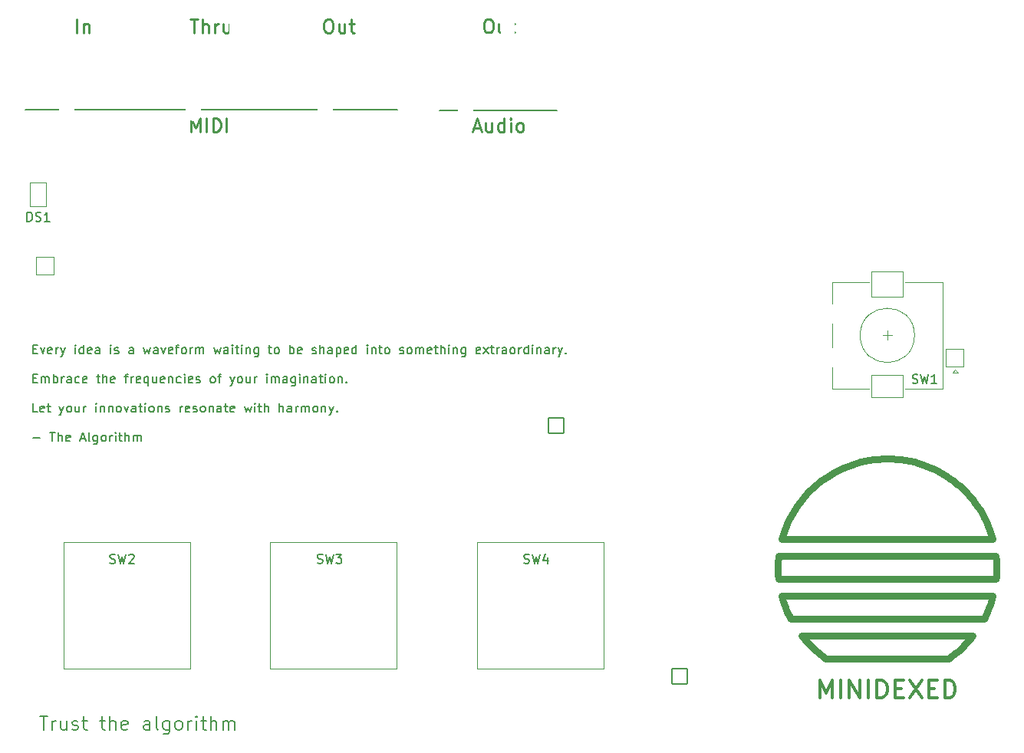
<source format=gto>
G04 #@! TF.GenerationSoftware,KiCad,Pcbnew,8.0.1*
G04 #@! TF.CreationDate,2025-03-27T22:51:34-07:00*
G04 #@! TF.ProjectId,minidexed,6d696e69-6465-4786-9564-2e6b69636164,rev?*
G04 #@! TF.SameCoordinates,Original*
G04 #@! TF.FileFunction,Legend,Top*
G04 #@! TF.FilePolarity,Positive*
%FSLAX46Y46*%
G04 Gerber Fmt 4.6, Leading zero omitted, Abs format (unit mm)*
G04 Created by KiCad (PCBNEW 8.0.1) date 2025-03-27 22:51:34*
%MOMM*%
%LPD*%
G01*
G04 APERTURE LIST*
G04 Aperture macros list*
%AMRoundRect*
0 Rectangle with rounded corners*
0 $1 Rounding radius*
0 $2 $3 $4 $5 $6 $7 $8 $9 X,Y pos of 4 corners*
0 Add a 4 corners polygon primitive as box body*
4,1,4,$2,$3,$4,$5,$6,$7,$8,$9,$2,$3,0*
0 Add four circle primitives for the rounded corners*
1,1,$1+$1,$2,$3*
1,1,$1+$1,$4,$5*
1,1,$1+$1,$6,$7*
1,1,$1+$1,$8,$9*
0 Add four rect primitives between the rounded corners*
20,1,$1+$1,$2,$3,$4,$5,0*
20,1,$1+$1,$4,$5,$6,$7,0*
20,1,$1+$1,$6,$7,$8,$9,0*
20,1,$1+$1,$8,$9,$2,$3,0*%
G04 Aperture macros list end*
%ADD10C,0.749998*%
%ADD11C,0.150000*%
%ADD12C,0.250000*%
%ADD13C,0.200000*%
%ADD14C,0.300000*%
%ADD15C,0.120000*%
%ADD16O,1.700000X2.600000*%
%ADD17O,1.600000X3.100000*%
%ADD18C,2.800000*%
%ADD19C,1.800000*%
%ADD20C,4.100000*%
%ADD21C,2.300000*%
%ADD22C,3.100000*%
%ADD23RoundRect,0.050000X-0.900000X-1.300000X0.900000X-1.300000X0.900000X1.300000X-0.900000X1.300000X0*%
%ADD24O,1.900000X2.700000*%
%ADD25RoundRect,0.050000X1.000000X1.000000X-1.000000X1.000000X-1.000000X-1.000000X1.000000X-1.000000X0*%
%ADD26C,2.100000*%
%ADD27RoundRect,0.050000X1.750000X1.250000X-1.750000X1.250000X-1.750000X-1.250000X1.750000X-1.250000X0*%
%ADD28RoundRect,0.050000X1.750000X1.400000X-1.750000X1.400000X-1.750000X-1.400000X1.750000X-1.400000X0*%
%ADD29RoundRect,0.050000X0.850000X0.850000X-0.850000X0.850000X-0.850000X-0.850000X0.850000X-0.850000X0*%
%ADD30O,1.800000X1.800000*%
%ADD31RoundRect,0.050000X-0.850000X0.850000X-0.850000X-0.850000X0.850000X-0.850000X0.850000X0.850000X0*%
G04 APERTURE END LIST*
D10*
X188643262Y-128901005D02*
X188811235Y-129055114D01*
X206237393Y-112467143D02*
X205924642Y-112095950D01*
X205056734Y-128901003D02*
X205221770Y-128743753D01*
X193884921Y-108350387D02*
X192945993Y-108630041D01*
X207677771Y-125343126D02*
X207820602Y-125041126D01*
X190065528Y-130042434D02*
X190065528Y-130042434D01*
X188796128Y-111064651D02*
X188102184Y-111738224D01*
X187698658Y-127911846D02*
X187848342Y-128084177D01*
X196343192Y-107990027D02*
X195840791Y-108021909D01*
X208931243Y-120211212D02*
X208934844Y-120063821D01*
X184790335Y-120652848D02*
X184801117Y-120799851D01*
X185619158Y-124426160D02*
X185745016Y-124735411D01*
X208497661Y-123157351D02*
X185202338Y-123157351D01*
X202102763Y-109185508D02*
X201661774Y-108982713D01*
X207820602Y-125041126D02*
X207954981Y-124735412D01*
X208198105Y-124113552D02*
X208306711Y-123797762D01*
X208925845Y-120358531D02*
X208931243Y-120211212D01*
X197859208Y-108021910D02*
X197356808Y-107990028D01*
D11*
X101690000Y-69420000D02*
X142790000Y-69420000D01*
D10*
X208080839Y-124426162D02*
X208198105Y-124113552D01*
X189511601Y-129639308D02*
X189693588Y-129777088D01*
X200754007Y-108630042D02*
X200288197Y-108480904D01*
X205542853Y-128419996D02*
X205698812Y-128253573D01*
X206291050Y-127558553D02*
X206291050Y-127558553D01*
X184774153Y-120358503D02*
X184781346Y-120505726D01*
X207526557Y-125641232D02*
X207677771Y-125343126D01*
X202534511Y-109405454D02*
X202102763Y-109185508D01*
X204159427Y-110449369D02*
X203769476Y-110164507D01*
X185202338Y-123157351D02*
X185202338Y-123157351D01*
X190065528Y-130042434D02*
X203634469Y-130042434D01*
X207086359Y-113657849D02*
X206818735Y-113248461D01*
X208174677Y-115877358D02*
X207991932Y-115411674D01*
X208855779Y-121240026D02*
X208855779Y-121240026D01*
X184813692Y-120946718D02*
X184828058Y-121093431D01*
X208886304Y-120946760D02*
X208898880Y-120799891D01*
X185361003Y-116353196D02*
X185215594Y-116838821D01*
X205597815Y-111738225D02*
X205257397Y-111394337D01*
X185215594Y-116838821D02*
X185215594Y-116838821D01*
X187848342Y-128084177D02*
X188001185Y-128253575D01*
X198848857Y-108146696D02*
X198356719Y-108074255D01*
X185393287Y-123797761D02*
X185501892Y-124113551D01*
X186173440Y-125641229D02*
X186173440Y-125641229D01*
X188478227Y-128743754D02*
X188643262Y-128901005D01*
X208497661Y-123157351D02*
X208497661Y-123157351D01*
X192945993Y-108630041D02*
X192038227Y-108982711D01*
X201661774Y-108982713D02*
X201212027Y-108797434D01*
X188811235Y-129055114D02*
X188982099Y-129206040D01*
X184765156Y-120063821D02*
X184765156Y-120063821D01*
X188982099Y-129206040D02*
X189155811Y-129353743D01*
X185501892Y-124113551D02*
X185619158Y-124426160D01*
X207954981Y-124735412D02*
X208080839Y-124426162D01*
X184828058Y-121093431D02*
X184844215Y-121239974D01*
X208306711Y-123797762D02*
X208406586Y-123478969D01*
X204006408Y-129777088D02*
X204188396Y-129639308D01*
X203769476Y-110164507D02*
X203368351Y-109895321D01*
X184768755Y-120211195D02*
X184774153Y-120358503D01*
X186173440Y-125641229D02*
X207526557Y-125641232D01*
X187552179Y-127736624D02*
X187698658Y-127911846D01*
X198356719Y-108074255D02*
X197859208Y-108021910D01*
X189332327Y-129498179D02*
X189511601Y-129639308D01*
X203634469Y-130042434D02*
X203634469Y-130042434D01*
X188102184Y-111738224D02*
X187462606Y-112467142D01*
X206291050Y-127558553D02*
X187408947Y-127558553D01*
X208934844Y-120063821D02*
X208930918Y-119899895D01*
X201212027Y-108797434D02*
X200754007Y-108630042D01*
X196850001Y-107978977D02*
X196850001Y-107978977D01*
X205257397Y-111394337D02*
X204903871Y-111064652D01*
X195343281Y-108074254D02*
X194851143Y-108146695D01*
X185525321Y-115877357D02*
X185361003Y-116353196D01*
X208877976Y-119082047D02*
X208860737Y-118918997D01*
X184794190Y-119408716D02*
X184783600Y-119572311D01*
X203634469Y-130042434D02*
X203821751Y-129911477D01*
X188001185Y-128253575D02*
X188157144Y-128419998D01*
X204717897Y-129206039D02*
X204888762Y-129055112D01*
X208918651Y-120505761D02*
X208925845Y-120358531D01*
X184858716Y-118756148D02*
X184858716Y-118756148D01*
X208930918Y-119899895D02*
X208924770Y-119736057D01*
X199335138Y-108238863D02*
X198848857Y-108146696D01*
X208338996Y-116353196D02*
X208174677Y-115877358D01*
X206818735Y-113248461D02*
X206535585Y-112851436D01*
X207573098Y-114512243D02*
X207337975Y-114079233D01*
X205221770Y-128743753D02*
X205383824Y-128583403D01*
X184844215Y-121239974D02*
X184844215Y-121239974D01*
X184806998Y-119245279D02*
X184794190Y-119408716D01*
X208934844Y-120063821D02*
X208934844Y-120063821D01*
X186362024Y-114079232D02*
X185908754Y-114956513D01*
X187408947Y-127558553D02*
X187408947Y-127558553D01*
X197356808Y-107990028D02*
X196850001Y-107978977D01*
X208406586Y-123478969D02*
X208497661Y-123157351D01*
X204537720Y-110749540D02*
X204159427Y-110449369D01*
X205851655Y-128084175D02*
X206001339Y-127911845D01*
X185202338Y-123157351D02*
X185293412Y-123478968D01*
X207791245Y-114956513D02*
X207573098Y-114512243D01*
X208905809Y-119408737D02*
X208893001Y-119245302D01*
X185708066Y-115411674D02*
X185525321Y-115877357D01*
X189878246Y-129911477D02*
X190065528Y-130042434D01*
X189693588Y-129777088D02*
X189878246Y-129911477D01*
X205924642Y-112095950D02*
X205597815Y-111738225D01*
X208909662Y-120652886D02*
X208918651Y-120505761D01*
X189540573Y-110449368D02*
X188796128Y-111064651D01*
X186022227Y-125343124D02*
X186173440Y-125641229D01*
X208841284Y-118756173D02*
X208841284Y-118756173D01*
X202956535Y-109642181D02*
X202534511Y-109405454D01*
X184775230Y-119736042D02*
X184769081Y-119899887D01*
X208484404Y-116838821D02*
X208338996Y-116353196D01*
X199815079Y-108350388D02*
X199335138Y-108238863D01*
X192038227Y-108982711D02*
X191165489Y-109405453D01*
X204188396Y-129639308D02*
X204367670Y-129498178D01*
X203821751Y-129911477D02*
X204006408Y-129777088D01*
X208893001Y-119245302D02*
X208877976Y-119082047D01*
X184822023Y-119082024D02*
X184806998Y-119245279D01*
X206001339Y-127911845D02*
X206147819Y-127736624D01*
X185215594Y-116838821D02*
X208484404Y-116838821D01*
X208924770Y-119736057D02*
X208916399Y-119572330D01*
X188157144Y-128419998D02*
X188316172Y-128583405D01*
X187462606Y-112467142D02*
X186881264Y-113248460D01*
X187408947Y-127558553D02*
X187552179Y-127736624D01*
X188316172Y-128583405D02*
X188478227Y-128743754D01*
X194851143Y-108146695D02*
X193884921Y-108350387D01*
X185879395Y-125041125D02*
X186022227Y-125343124D01*
X208841284Y-118756173D02*
X184858716Y-118756148D01*
X208484404Y-116838821D02*
X208484404Y-116838821D01*
X195840791Y-108021909D02*
X195343281Y-108074254D01*
X191165489Y-109405453D02*
X190331649Y-109895320D01*
X208860737Y-118918997D02*
X208841284Y-118756173D01*
X184858716Y-118756148D02*
X184839263Y-118918972D01*
X207991932Y-115411674D02*
X207791245Y-114956513D01*
X184781346Y-120505726D02*
X184790335Y-120652848D01*
X204888762Y-129055112D02*
X205056734Y-128901003D01*
X186881264Y-113248460D02*
X186362024Y-114079232D01*
X203368351Y-109895321D02*
X202956535Y-109642181D01*
X207526557Y-125641232D02*
X207526557Y-125641232D01*
X208855779Y-121240026D02*
X208871937Y-121093477D01*
X185745016Y-124735411D02*
X185879395Y-125041125D01*
X206535585Y-112851436D02*
X206237393Y-112467143D01*
X184801117Y-120799851D02*
X184813692Y-120946718D01*
X190331649Y-109895320D02*
X189540573Y-110449368D01*
X208916399Y-119572330D02*
X208905809Y-119408737D01*
X184769081Y-119899887D02*
X184765156Y-120063821D01*
X184844215Y-121239974D02*
X208855779Y-121240026D01*
X187408947Y-127558553D02*
X187408947Y-127558553D01*
X204367670Y-129498178D02*
X204544185Y-129353742D01*
X196849999Y-107978976D02*
X196343192Y-107990027D01*
X185293412Y-123478968D02*
X185393287Y-123797761D01*
X185202338Y-123157351D02*
X185202338Y-123157351D01*
D11*
X147470000Y-69500000D02*
X160420000Y-69500000D01*
D10*
X208898880Y-120799891D02*
X208909662Y-120652886D01*
X184858716Y-118756148D02*
X184858716Y-118756148D01*
X200288197Y-108480904D02*
X199815079Y-108350388D01*
X205698812Y-128253573D02*
X205851655Y-128084175D01*
X189155811Y-129353743D02*
X189332327Y-129498179D01*
X205383824Y-128583403D02*
X205542853Y-128419996D01*
X184765156Y-120063821D02*
X184768755Y-120211195D01*
X185908754Y-114956513D02*
X185708066Y-115411674D01*
X208871937Y-121093477D02*
X208886304Y-120946760D01*
X184839263Y-118918972D02*
X184822023Y-119082024D01*
X204903871Y-111064652D02*
X204537720Y-110749540D01*
X207337975Y-114079233D02*
X207086359Y-113657849D01*
X204544185Y-129353742D02*
X204717897Y-129206039D01*
X206147819Y-127736624D02*
X206291050Y-127558553D01*
X196850001Y-107978977D02*
X196849999Y-107978976D01*
X184783600Y-119572311D02*
X184775230Y-119736042D01*
D12*
X152700000Y-59440928D02*
X152985714Y-59440928D01*
X152985714Y-59440928D02*
X153128571Y-59512357D01*
X153128571Y-59512357D02*
X153271428Y-59655214D01*
X153271428Y-59655214D02*
X153342857Y-59940928D01*
X153342857Y-59940928D02*
X153342857Y-60440928D01*
X153342857Y-60440928D02*
X153271428Y-60726642D01*
X153271428Y-60726642D02*
X153128571Y-60869500D01*
X153128571Y-60869500D02*
X152985714Y-60940928D01*
X152985714Y-60940928D02*
X152700000Y-60940928D01*
X152700000Y-60940928D02*
X152557143Y-60869500D01*
X152557143Y-60869500D02*
X152414285Y-60726642D01*
X152414285Y-60726642D02*
X152342857Y-60440928D01*
X152342857Y-60440928D02*
X152342857Y-59940928D01*
X152342857Y-59940928D02*
X152414285Y-59655214D01*
X152414285Y-59655214D02*
X152557143Y-59512357D01*
X152557143Y-59512357D02*
X152700000Y-59440928D01*
X154628572Y-59940928D02*
X154628572Y-60940928D01*
X153985714Y-59940928D02*
X153985714Y-60726642D01*
X153985714Y-60726642D02*
X154057143Y-60869500D01*
X154057143Y-60869500D02*
X154200000Y-60940928D01*
X154200000Y-60940928D02*
X154414286Y-60940928D01*
X154414286Y-60940928D02*
X154557143Y-60869500D01*
X154557143Y-60869500D02*
X154628572Y-60798071D01*
X155128572Y-59940928D02*
X155700000Y-59940928D01*
X155342857Y-59440928D02*
X155342857Y-60726642D01*
X155342857Y-60726642D02*
X155414286Y-60869500D01*
X155414286Y-60869500D02*
X155557143Y-60940928D01*
X155557143Y-60940928D02*
X155700000Y-60940928D01*
D13*
X103324435Y-136408528D02*
X104181578Y-136408528D01*
X103753006Y-137908528D02*
X103753006Y-136408528D01*
X104681577Y-137908528D02*
X104681577Y-136908528D01*
X104681577Y-137194242D02*
X104753006Y-137051385D01*
X104753006Y-137051385D02*
X104824435Y-136979957D01*
X104824435Y-136979957D02*
X104967292Y-136908528D01*
X104967292Y-136908528D02*
X105110149Y-136908528D01*
X106253006Y-136908528D02*
X106253006Y-137908528D01*
X105610148Y-136908528D02*
X105610148Y-137694242D01*
X105610148Y-137694242D02*
X105681577Y-137837100D01*
X105681577Y-137837100D02*
X105824434Y-137908528D01*
X105824434Y-137908528D02*
X106038720Y-137908528D01*
X106038720Y-137908528D02*
X106181577Y-137837100D01*
X106181577Y-137837100D02*
X106253006Y-137765671D01*
X106895863Y-137837100D02*
X107038720Y-137908528D01*
X107038720Y-137908528D02*
X107324434Y-137908528D01*
X107324434Y-137908528D02*
X107467291Y-137837100D01*
X107467291Y-137837100D02*
X107538720Y-137694242D01*
X107538720Y-137694242D02*
X107538720Y-137622814D01*
X107538720Y-137622814D02*
X107467291Y-137479957D01*
X107467291Y-137479957D02*
X107324434Y-137408528D01*
X107324434Y-137408528D02*
X107110149Y-137408528D01*
X107110149Y-137408528D02*
X106967291Y-137337100D01*
X106967291Y-137337100D02*
X106895863Y-137194242D01*
X106895863Y-137194242D02*
X106895863Y-137122814D01*
X106895863Y-137122814D02*
X106967291Y-136979957D01*
X106967291Y-136979957D02*
X107110149Y-136908528D01*
X107110149Y-136908528D02*
X107324434Y-136908528D01*
X107324434Y-136908528D02*
X107467291Y-136979957D01*
X107967292Y-136908528D02*
X108538720Y-136908528D01*
X108181577Y-136408528D02*
X108181577Y-137694242D01*
X108181577Y-137694242D02*
X108253006Y-137837100D01*
X108253006Y-137837100D02*
X108395863Y-137908528D01*
X108395863Y-137908528D02*
X108538720Y-137908528D01*
X109967292Y-136908528D02*
X110538720Y-136908528D01*
X110181577Y-136408528D02*
X110181577Y-137694242D01*
X110181577Y-137694242D02*
X110253006Y-137837100D01*
X110253006Y-137837100D02*
X110395863Y-137908528D01*
X110395863Y-137908528D02*
X110538720Y-137908528D01*
X111038720Y-137908528D02*
X111038720Y-136408528D01*
X111681578Y-137908528D02*
X111681578Y-137122814D01*
X111681578Y-137122814D02*
X111610149Y-136979957D01*
X111610149Y-136979957D02*
X111467292Y-136908528D01*
X111467292Y-136908528D02*
X111253006Y-136908528D01*
X111253006Y-136908528D02*
X111110149Y-136979957D01*
X111110149Y-136979957D02*
X111038720Y-137051385D01*
X112967292Y-137837100D02*
X112824435Y-137908528D01*
X112824435Y-137908528D02*
X112538721Y-137908528D01*
X112538721Y-137908528D02*
X112395863Y-137837100D01*
X112395863Y-137837100D02*
X112324435Y-137694242D01*
X112324435Y-137694242D02*
X112324435Y-137122814D01*
X112324435Y-137122814D02*
X112395863Y-136979957D01*
X112395863Y-136979957D02*
X112538721Y-136908528D01*
X112538721Y-136908528D02*
X112824435Y-136908528D01*
X112824435Y-136908528D02*
X112967292Y-136979957D01*
X112967292Y-136979957D02*
X113038721Y-137122814D01*
X113038721Y-137122814D02*
X113038721Y-137265671D01*
X113038721Y-137265671D02*
X112324435Y-137408528D01*
X115467292Y-137908528D02*
X115467292Y-137122814D01*
X115467292Y-137122814D02*
X115395863Y-136979957D01*
X115395863Y-136979957D02*
X115253006Y-136908528D01*
X115253006Y-136908528D02*
X114967292Y-136908528D01*
X114967292Y-136908528D02*
X114824434Y-136979957D01*
X115467292Y-137837100D02*
X115324434Y-137908528D01*
X115324434Y-137908528D02*
X114967292Y-137908528D01*
X114967292Y-137908528D02*
X114824434Y-137837100D01*
X114824434Y-137837100D02*
X114753006Y-137694242D01*
X114753006Y-137694242D02*
X114753006Y-137551385D01*
X114753006Y-137551385D02*
X114824434Y-137408528D01*
X114824434Y-137408528D02*
X114967292Y-137337100D01*
X114967292Y-137337100D02*
X115324434Y-137337100D01*
X115324434Y-137337100D02*
X115467292Y-137265671D01*
X116395863Y-137908528D02*
X116253006Y-137837100D01*
X116253006Y-137837100D02*
X116181577Y-137694242D01*
X116181577Y-137694242D02*
X116181577Y-136408528D01*
X117610149Y-136908528D02*
X117610149Y-138122814D01*
X117610149Y-138122814D02*
X117538720Y-138265671D01*
X117538720Y-138265671D02*
X117467291Y-138337100D01*
X117467291Y-138337100D02*
X117324434Y-138408528D01*
X117324434Y-138408528D02*
X117110149Y-138408528D01*
X117110149Y-138408528D02*
X116967291Y-138337100D01*
X117610149Y-137837100D02*
X117467291Y-137908528D01*
X117467291Y-137908528D02*
X117181577Y-137908528D01*
X117181577Y-137908528D02*
X117038720Y-137837100D01*
X117038720Y-137837100D02*
X116967291Y-137765671D01*
X116967291Y-137765671D02*
X116895863Y-137622814D01*
X116895863Y-137622814D02*
X116895863Y-137194242D01*
X116895863Y-137194242D02*
X116967291Y-137051385D01*
X116967291Y-137051385D02*
X117038720Y-136979957D01*
X117038720Y-136979957D02*
X117181577Y-136908528D01*
X117181577Y-136908528D02*
X117467291Y-136908528D01*
X117467291Y-136908528D02*
X117610149Y-136979957D01*
X118538720Y-137908528D02*
X118395863Y-137837100D01*
X118395863Y-137837100D02*
X118324434Y-137765671D01*
X118324434Y-137765671D02*
X118253006Y-137622814D01*
X118253006Y-137622814D02*
X118253006Y-137194242D01*
X118253006Y-137194242D02*
X118324434Y-137051385D01*
X118324434Y-137051385D02*
X118395863Y-136979957D01*
X118395863Y-136979957D02*
X118538720Y-136908528D01*
X118538720Y-136908528D02*
X118753006Y-136908528D01*
X118753006Y-136908528D02*
X118895863Y-136979957D01*
X118895863Y-136979957D02*
X118967292Y-137051385D01*
X118967292Y-137051385D02*
X119038720Y-137194242D01*
X119038720Y-137194242D02*
X119038720Y-137622814D01*
X119038720Y-137622814D02*
X118967292Y-137765671D01*
X118967292Y-137765671D02*
X118895863Y-137837100D01*
X118895863Y-137837100D02*
X118753006Y-137908528D01*
X118753006Y-137908528D02*
X118538720Y-137908528D01*
X119681577Y-137908528D02*
X119681577Y-136908528D01*
X119681577Y-137194242D02*
X119753006Y-137051385D01*
X119753006Y-137051385D02*
X119824435Y-136979957D01*
X119824435Y-136979957D02*
X119967292Y-136908528D01*
X119967292Y-136908528D02*
X120110149Y-136908528D01*
X120610148Y-137908528D02*
X120610148Y-136908528D01*
X120610148Y-136408528D02*
X120538720Y-136479957D01*
X120538720Y-136479957D02*
X120610148Y-136551385D01*
X120610148Y-136551385D02*
X120681577Y-136479957D01*
X120681577Y-136479957D02*
X120610148Y-136408528D01*
X120610148Y-136408528D02*
X120610148Y-136551385D01*
X121110149Y-136908528D02*
X121681577Y-136908528D01*
X121324434Y-136408528D02*
X121324434Y-137694242D01*
X121324434Y-137694242D02*
X121395863Y-137837100D01*
X121395863Y-137837100D02*
X121538720Y-137908528D01*
X121538720Y-137908528D02*
X121681577Y-137908528D01*
X122181577Y-137908528D02*
X122181577Y-136408528D01*
X122824435Y-137908528D02*
X122824435Y-137122814D01*
X122824435Y-137122814D02*
X122753006Y-136979957D01*
X122753006Y-136979957D02*
X122610149Y-136908528D01*
X122610149Y-136908528D02*
X122395863Y-136908528D01*
X122395863Y-136908528D02*
X122253006Y-136979957D01*
X122253006Y-136979957D02*
X122181577Y-137051385D01*
X123538720Y-137908528D02*
X123538720Y-136908528D01*
X123538720Y-137051385D02*
X123610149Y-136979957D01*
X123610149Y-136979957D02*
X123753006Y-136908528D01*
X123753006Y-136908528D02*
X123967292Y-136908528D01*
X123967292Y-136908528D02*
X124110149Y-136979957D01*
X124110149Y-136979957D02*
X124181578Y-137122814D01*
X124181578Y-137122814D02*
X124181578Y-137908528D01*
X124181578Y-137122814D02*
X124253006Y-136979957D01*
X124253006Y-136979957D02*
X124395863Y-136908528D01*
X124395863Y-136908528D02*
X124610149Y-136908528D01*
X124610149Y-136908528D02*
X124753006Y-136979957D01*
X124753006Y-136979957D02*
X124824435Y-137122814D01*
X124824435Y-137122814D02*
X124824435Y-137908528D01*
D12*
X107421428Y-60980928D02*
X107421428Y-59480928D01*
X108135714Y-59980928D02*
X108135714Y-60980928D01*
X108135714Y-60123785D02*
X108207143Y-60052357D01*
X108207143Y-60052357D02*
X108350000Y-59980928D01*
X108350000Y-59980928D02*
X108564286Y-59980928D01*
X108564286Y-59980928D02*
X108707143Y-60052357D01*
X108707143Y-60052357D02*
X108778572Y-60195214D01*
X108778572Y-60195214D02*
X108778572Y-60980928D01*
X151200000Y-71462357D02*
X151914286Y-71462357D01*
X151057143Y-71890928D02*
X151557143Y-70390928D01*
X151557143Y-70390928D02*
X152057143Y-71890928D01*
X153200000Y-70890928D02*
X153200000Y-71890928D01*
X152557142Y-70890928D02*
X152557142Y-71676642D01*
X152557142Y-71676642D02*
X152628571Y-71819500D01*
X152628571Y-71819500D02*
X152771428Y-71890928D01*
X152771428Y-71890928D02*
X152985714Y-71890928D01*
X152985714Y-71890928D02*
X153128571Y-71819500D01*
X153128571Y-71819500D02*
X153200000Y-71748071D01*
X154557143Y-71890928D02*
X154557143Y-70390928D01*
X154557143Y-71819500D02*
X154414285Y-71890928D01*
X154414285Y-71890928D02*
X154128571Y-71890928D01*
X154128571Y-71890928D02*
X153985714Y-71819500D01*
X153985714Y-71819500D02*
X153914285Y-71748071D01*
X153914285Y-71748071D02*
X153842857Y-71605214D01*
X153842857Y-71605214D02*
X153842857Y-71176642D01*
X153842857Y-71176642D02*
X153914285Y-71033785D01*
X153914285Y-71033785D02*
X153985714Y-70962357D01*
X153985714Y-70962357D02*
X154128571Y-70890928D01*
X154128571Y-70890928D02*
X154414285Y-70890928D01*
X154414285Y-70890928D02*
X154557143Y-70962357D01*
X155271428Y-71890928D02*
X155271428Y-70890928D01*
X155271428Y-70390928D02*
X155200000Y-70462357D01*
X155200000Y-70462357D02*
X155271428Y-70533785D01*
X155271428Y-70533785D02*
X155342857Y-70462357D01*
X155342857Y-70462357D02*
X155271428Y-70390928D01*
X155271428Y-70390928D02*
X155271428Y-70533785D01*
X156200000Y-71890928D02*
X156057143Y-71819500D01*
X156057143Y-71819500D02*
X155985714Y-71748071D01*
X155985714Y-71748071D02*
X155914286Y-71605214D01*
X155914286Y-71605214D02*
X155914286Y-71176642D01*
X155914286Y-71176642D02*
X155985714Y-71033785D01*
X155985714Y-71033785D02*
X156057143Y-70962357D01*
X156057143Y-70962357D02*
X156200000Y-70890928D01*
X156200000Y-70890928D02*
X156414286Y-70890928D01*
X156414286Y-70890928D02*
X156557143Y-70962357D01*
X156557143Y-70962357D02*
X156628572Y-71033785D01*
X156628572Y-71033785D02*
X156700000Y-71176642D01*
X156700000Y-71176642D02*
X156700000Y-71605214D01*
X156700000Y-71605214D02*
X156628572Y-71748071D01*
X156628572Y-71748071D02*
X156557143Y-71819500D01*
X156557143Y-71819500D02*
X156414286Y-71890928D01*
X156414286Y-71890928D02*
X156200000Y-71890928D01*
X120005713Y-71890928D02*
X120005713Y-70390928D01*
X120005713Y-70390928D02*
X120505713Y-71462357D01*
X120505713Y-71462357D02*
X121005713Y-70390928D01*
X121005713Y-70390928D02*
X121005713Y-71890928D01*
X121719999Y-71890928D02*
X121719999Y-70390928D01*
X122434285Y-71890928D02*
X122434285Y-70390928D01*
X122434285Y-70390928D02*
X122791428Y-70390928D01*
X122791428Y-70390928D02*
X123005714Y-70462357D01*
X123005714Y-70462357D02*
X123148571Y-70605214D01*
X123148571Y-70605214D02*
X123220000Y-70748071D01*
X123220000Y-70748071D02*
X123291428Y-71033785D01*
X123291428Y-71033785D02*
X123291428Y-71248071D01*
X123291428Y-71248071D02*
X123220000Y-71533785D01*
X123220000Y-71533785D02*
X123148571Y-71676642D01*
X123148571Y-71676642D02*
X123005714Y-71819500D01*
X123005714Y-71819500D02*
X122791428Y-71890928D01*
X122791428Y-71890928D02*
X122434285Y-71890928D01*
X123934285Y-71890928D02*
X123934285Y-70390928D01*
X119950000Y-59480928D02*
X120807143Y-59480928D01*
X120378571Y-60980928D02*
X120378571Y-59480928D01*
X121307142Y-60980928D02*
X121307142Y-59480928D01*
X121950000Y-60980928D02*
X121950000Y-60195214D01*
X121950000Y-60195214D02*
X121878571Y-60052357D01*
X121878571Y-60052357D02*
X121735714Y-59980928D01*
X121735714Y-59980928D02*
X121521428Y-59980928D01*
X121521428Y-59980928D02*
X121378571Y-60052357D01*
X121378571Y-60052357D02*
X121307142Y-60123785D01*
X122664285Y-60980928D02*
X122664285Y-59980928D01*
X122664285Y-60266642D02*
X122735714Y-60123785D01*
X122735714Y-60123785D02*
X122807143Y-60052357D01*
X122807143Y-60052357D02*
X122950000Y-59980928D01*
X122950000Y-59980928D02*
X123092857Y-59980928D01*
X124235714Y-59980928D02*
X124235714Y-60980928D01*
X123592856Y-59980928D02*
X123592856Y-60766642D01*
X123592856Y-60766642D02*
X123664285Y-60909500D01*
X123664285Y-60909500D02*
X123807142Y-60980928D01*
X123807142Y-60980928D02*
X124021428Y-60980928D01*
X124021428Y-60980928D02*
X124164285Y-60909500D01*
X124164285Y-60909500D02*
X124235714Y-60838071D01*
X135050000Y-59480928D02*
X135335714Y-59480928D01*
X135335714Y-59480928D02*
X135478571Y-59552357D01*
X135478571Y-59552357D02*
X135621428Y-59695214D01*
X135621428Y-59695214D02*
X135692857Y-59980928D01*
X135692857Y-59980928D02*
X135692857Y-60480928D01*
X135692857Y-60480928D02*
X135621428Y-60766642D01*
X135621428Y-60766642D02*
X135478571Y-60909500D01*
X135478571Y-60909500D02*
X135335714Y-60980928D01*
X135335714Y-60980928D02*
X135050000Y-60980928D01*
X135050000Y-60980928D02*
X134907143Y-60909500D01*
X134907143Y-60909500D02*
X134764285Y-60766642D01*
X134764285Y-60766642D02*
X134692857Y-60480928D01*
X134692857Y-60480928D02*
X134692857Y-59980928D01*
X134692857Y-59980928D02*
X134764285Y-59695214D01*
X134764285Y-59695214D02*
X134907143Y-59552357D01*
X134907143Y-59552357D02*
X135050000Y-59480928D01*
X136978572Y-59980928D02*
X136978572Y-60980928D01*
X136335714Y-59980928D02*
X136335714Y-60766642D01*
X136335714Y-60766642D02*
X136407143Y-60909500D01*
X136407143Y-60909500D02*
X136550000Y-60980928D01*
X136550000Y-60980928D02*
X136764286Y-60980928D01*
X136764286Y-60980928D02*
X136907143Y-60909500D01*
X136907143Y-60909500D02*
X136978572Y-60838071D01*
X137478572Y-59980928D02*
X138050000Y-59980928D01*
X137692857Y-59480928D02*
X137692857Y-60766642D01*
X137692857Y-60766642D02*
X137764286Y-60909500D01*
X137764286Y-60909500D02*
X137907143Y-60980928D01*
X137907143Y-60980928D02*
X138050000Y-60980928D01*
D11*
X102576779Y-95881177D02*
X102910112Y-95881177D01*
X103052969Y-96404987D02*
X102576779Y-96404987D01*
X102576779Y-96404987D02*
X102576779Y-95404987D01*
X102576779Y-95404987D02*
X103052969Y-95404987D01*
X103386303Y-95738320D02*
X103624398Y-96404987D01*
X103624398Y-96404987D02*
X103862493Y-95738320D01*
X104624398Y-96357368D02*
X104529160Y-96404987D01*
X104529160Y-96404987D02*
X104338684Y-96404987D01*
X104338684Y-96404987D02*
X104243446Y-96357368D01*
X104243446Y-96357368D02*
X104195827Y-96262129D01*
X104195827Y-96262129D02*
X104195827Y-95881177D01*
X104195827Y-95881177D02*
X104243446Y-95785939D01*
X104243446Y-95785939D02*
X104338684Y-95738320D01*
X104338684Y-95738320D02*
X104529160Y-95738320D01*
X104529160Y-95738320D02*
X104624398Y-95785939D01*
X104624398Y-95785939D02*
X104672017Y-95881177D01*
X104672017Y-95881177D02*
X104672017Y-95976415D01*
X104672017Y-95976415D02*
X104195827Y-96071653D01*
X105100589Y-96404987D02*
X105100589Y-95738320D01*
X105100589Y-95928796D02*
X105148208Y-95833558D01*
X105148208Y-95833558D02*
X105195827Y-95785939D01*
X105195827Y-95785939D02*
X105291065Y-95738320D01*
X105291065Y-95738320D02*
X105386303Y-95738320D01*
X105624399Y-95738320D02*
X105862494Y-96404987D01*
X106100589Y-95738320D02*
X105862494Y-96404987D01*
X105862494Y-96404987D02*
X105767256Y-96643082D01*
X105767256Y-96643082D02*
X105719637Y-96690701D01*
X105719637Y-96690701D02*
X105624399Y-96738320D01*
X107243447Y-96404987D02*
X107243447Y-95738320D01*
X107243447Y-95404987D02*
X107195828Y-95452606D01*
X107195828Y-95452606D02*
X107243447Y-95500225D01*
X107243447Y-95500225D02*
X107291066Y-95452606D01*
X107291066Y-95452606D02*
X107243447Y-95404987D01*
X107243447Y-95404987D02*
X107243447Y-95500225D01*
X108148208Y-96404987D02*
X108148208Y-95404987D01*
X108148208Y-96357368D02*
X108052970Y-96404987D01*
X108052970Y-96404987D02*
X107862494Y-96404987D01*
X107862494Y-96404987D02*
X107767256Y-96357368D01*
X107767256Y-96357368D02*
X107719637Y-96309748D01*
X107719637Y-96309748D02*
X107672018Y-96214510D01*
X107672018Y-96214510D02*
X107672018Y-95928796D01*
X107672018Y-95928796D02*
X107719637Y-95833558D01*
X107719637Y-95833558D02*
X107767256Y-95785939D01*
X107767256Y-95785939D02*
X107862494Y-95738320D01*
X107862494Y-95738320D02*
X108052970Y-95738320D01*
X108052970Y-95738320D02*
X108148208Y-95785939D01*
X109005351Y-96357368D02*
X108910113Y-96404987D01*
X108910113Y-96404987D02*
X108719637Y-96404987D01*
X108719637Y-96404987D02*
X108624399Y-96357368D01*
X108624399Y-96357368D02*
X108576780Y-96262129D01*
X108576780Y-96262129D02*
X108576780Y-95881177D01*
X108576780Y-95881177D02*
X108624399Y-95785939D01*
X108624399Y-95785939D02*
X108719637Y-95738320D01*
X108719637Y-95738320D02*
X108910113Y-95738320D01*
X108910113Y-95738320D02*
X109005351Y-95785939D01*
X109005351Y-95785939D02*
X109052970Y-95881177D01*
X109052970Y-95881177D02*
X109052970Y-95976415D01*
X109052970Y-95976415D02*
X108576780Y-96071653D01*
X109910113Y-96404987D02*
X109910113Y-95881177D01*
X109910113Y-95881177D02*
X109862494Y-95785939D01*
X109862494Y-95785939D02*
X109767256Y-95738320D01*
X109767256Y-95738320D02*
X109576780Y-95738320D01*
X109576780Y-95738320D02*
X109481542Y-95785939D01*
X109910113Y-96357368D02*
X109814875Y-96404987D01*
X109814875Y-96404987D02*
X109576780Y-96404987D01*
X109576780Y-96404987D02*
X109481542Y-96357368D01*
X109481542Y-96357368D02*
X109433923Y-96262129D01*
X109433923Y-96262129D02*
X109433923Y-96166891D01*
X109433923Y-96166891D02*
X109481542Y-96071653D01*
X109481542Y-96071653D02*
X109576780Y-96024034D01*
X109576780Y-96024034D02*
X109814875Y-96024034D01*
X109814875Y-96024034D02*
X109910113Y-95976415D01*
X111148209Y-96404987D02*
X111148209Y-95738320D01*
X111148209Y-95404987D02*
X111100590Y-95452606D01*
X111100590Y-95452606D02*
X111148209Y-95500225D01*
X111148209Y-95500225D02*
X111195828Y-95452606D01*
X111195828Y-95452606D02*
X111148209Y-95404987D01*
X111148209Y-95404987D02*
X111148209Y-95500225D01*
X111576780Y-96357368D02*
X111672018Y-96404987D01*
X111672018Y-96404987D02*
X111862494Y-96404987D01*
X111862494Y-96404987D02*
X111957732Y-96357368D01*
X111957732Y-96357368D02*
X112005351Y-96262129D01*
X112005351Y-96262129D02*
X112005351Y-96214510D01*
X112005351Y-96214510D02*
X111957732Y-96119272D01*
X111957732Y-96119272D02*
X111862494Y-96071653D01*
X111862494Y-96071653D02*
X111719637Y-96071653D01*
X111719637Y-96071653D02*
X111624399Y-96024034D01*
X111624399Y-96024034D02*
X111576780Y-95928796D01*
X111576780Y-95928796D02*
X111576780Y-95881177D01*
X111576780Y-95881177D02*
X111624399Y-95785939D01*
X111624399Y-95785939D02*
X111719637Y-95738320D01*
X111719637Y-95738320D02*
X111862494Y-95738320D01*
X111862494Y-95738320D02*
X111957732Y-95785939D01*
X113624399Y-96404987D02*
X113624399Y-95881177D01*
X113624399Y-95881177D02*
X113576780Y-95785939D01*
X113576780Y-95785939D02*
X113481542Y-95738320D01*
X113481542Y-95738320D02*
X113291066Y-95738320D01*
X113291066Y-95738320D02*
X113195828Y-95785939D01*
X113624399Y-96357368D02*
X113529161Y-96404987D01*
X113529161Y-96404987D02*
X113291066Y-96404987D01*
X113291066Y-96404987D02*
X113195828Y-96357368D01*
X113195828Y-96357368D02*
X113148209Y-96262129D01*
X113148209Y-96262129D02*
X113148209Y-96166891D01*
X113148209Y-96166891D02*
X113195828Y-96071653D01*
X113195828Y-96071653D02*
X113291066Y-96024034D01*
X113291066Y-96024034D02*
X113529161Y-96024034D01*
X113529161Y-96024034D02*
X113624399Y-95976415D01*
X114767257Y-95738320D02*
X114957733Y-96404987D01*
X114957733Y-96404987D02*
X115148209Y-95928796D01*
X115148209Y-95928796D02*
X115338685Y-96404987D01*
X115338685Y-96404987D02*
X115529161Y-95738320D01*
X116338685Y-96404987D02*
X116338685Y-95881177D01*
X116338685Y-95881177D02*
X116291066Y-95785939D01*
X116291066Y-95785939D02*
X116195828Y-95738320D01*
X116195828Y-95738320D02*
X116005352Y-95738320D01*
X116005352Y-95738320D02*
X115910114Y-95785939D01*
X116338685Y-96357368D02*
X116243447Y-96404987D01*
X116243447Y-96404987D02*
X116005352Y-96404987D01*
X116005352Y-96404987D02*
X115910114Y-96357368D01*
X115910114Y-96357368D02*
X115862495Y-96262129D01*
X115862495Y-96262129D02*
X115862495Y-96166891D01*
X115862495Y-96166891D02*
X115910114Y-96071653D01*
X115910114Y-96071653D02*
X116005352Y-96024034D01*
X116005352Y-96024034D02*
X116243447Y-96024034D01*
X116243447Y-96024034D02*
X116338685Y-95976415D01*
X116719638Y-95738320D02*
X116957733Y-96404987D01*
X116957733Y-96404987D02*
X117195828Y-95738320D01*
X117957733Y-96357368D02*
X117862495Y-96404987D01*
X117862495Y-96404987D02*
X117672019Y-96404987D01*
X117672019Y-96404987D02*
X117576781Y-96357368D01*
X117576781Y-96357368D02*
X117529162Y-96262129D01*
X117529162Y-96262129D02*
X117529162Y-95881177D01*
X117529162Y-95881177D02*
X117576781Y-95785939D01*
X117576781Y-95785939D02*
X117672019Y-95738320D01*
X117672019Y-95738320D02*
X117862495Y-95738320D01*
X117862495Y-95738320D02*
X117957733Y-95785939D01*
X117957733Y-95785939D02*
X118005352Y-95881177D01*
X118005352Y-95881177D02*
X118005352Y-95976415D01*
X118005352Y-95976415D02*
X117529162Y-96071653D01*
X118291067Y-95738320D02*
X118672019Y-95738320D01*
X118433924Y-96404987D02*
X118433924Y-95547844D01*
X118433924Y-95547844D02*
X118481543Y-95452606D01*
X118481543Y-95452606D02*
X118576781Y-95404987D01*
X118576781Y-95404987D02*
X118672019Y-95404987D01*
X119148210Y-96404987D02*
X119052972Y-96357368D01*
X119052972Y-96357368D02*
X119005353Y-96309748D01*
X119005353Y-96309748D02*
X118957734Y-96214510D01*
X118957734Y-96214510D02*
X118957734Y-95928796D01*
X118957734Y-95928796D02*
X119005353Y-95833558D01*
X119005353Y-95833558D02*
X119052972Y-95785939D01*
X119052972Y-95785939D02*
X119148210Y-95738320D01*
X119148210Y-95738320D02*
X119291067Y-95738320D01*
X119291067Y-95738320D02*
X119386305Y-95785939D01*
X119386305Y-95785939D02*
X119433924Y-95833558D01*
X119433924Y-95833558D02*
X119481543Y-95928796D01*
X119481543Y-95928796D02*
X119481543Y-96214510D01*
X119481543Y-96214510D02*
X119433924Y-96309748D01*
X119433924Y-96309748D02*
X119386305Y-96357368D01*
X119386305Y-96357368D02*
X119291067Y-96404987D01*
X119291067Y-96404987D02*
X119148210Y-96404987D01*
X119910115Y-96404987D02*
X119910115Y-95738320D01*
X119910115Y-95928796D02*
X119957734Y-95833558D01*
X119957734Y-95833558D02*
X120005353Y-95785939D01*
X120005353Y-95785939D02*
X120100591Y-95738320D01*
X120100591Y-95738320D02*
X120195829Y-95738320D01*
X120529163Y-96404987D02*
X120529163Y-95738320D01*
X120529163Y-95833558D02*
X120576782Y-95785939D01*
X120576782Y-95785939D02*
X120672020Y-95738320D01*
X120672020Y-95738320D02*
X120814877Y-95738320D01*
X120814877Y-95738320D02*
X120910115Y-95785939D01*
X120910115Y-95785939D02*
X120957734Y-95881177D01*
X120957734Y-95881177D02*
X120957734Y-96404987D01*
X120957734Y-95881177D02*
X121005353Y-95785939D01*
X121005353Y-95785939D02*
X121100591Y-95738320D01*
X121100591Y-95738320D02*
X121243448Y-95738320D01*
X121243448Y-95738320D02*
X121338687Y-95785939D01*
X121338687Y-95785939D02*
X121386306Y-95881177D01*
X121386306Y-95881177D02*
X121386306Y-96404987D01*
X122529163Y-95738320D02*
X122719639Y-96404987D01*
X122719639Y-96404987D02*
X122910115Y-95928796D01*
X122910115Y-95928796D02*
X123100591Y-96404987D01*
X123100591Y-96404987D02*
X123291067Y-95738320D01*
X124100591Y-96404987D02*
X124100591Y-95881177D01*
X124100591Y-95881177D02*
X124052972Y-95785939D01*
X124052972Y-95785939D02*
X123957734Y-95738320D01*
X123957734Y-95738320D02*
X123767258Y-95738320D01*
X123767258Y-95738320D02*
X123672020Y-95785939D01*
X124100591Y-96357368D02*
X124005353Y-96404987D01*
X124005353Y-96404987D02*
X123767258Y-96404987D01*
X123767258Y-96404987D02*
X123672020Y-96357368D01*
X123672020Y-96357368D02*
X123624401Y-96262129D01*
X123624401Y-96262129D02*
X123624401Y-96166891D01*
X123624401Y-96166891D02*
X123672020Y-96071653D01*
X123672020Y-96071653D02*
X123767258Y-96024034D01*
X123767258Y-96024034D02*
X124005353Y-96024034D01*
X124005353Y-96024034D02*
X124100591Y-95976415D01*
X124576782Y-96404987D02*
X124576782Y-95738320D01*
X124576782Y-95404987D02*
X124529163Y-95452606D01*
X124529163Y-95452606D02*
X124576782Y-95500225D01*
X124576782Y-95500225D02*
X124624401Y-95452606D01*
X124624401Y-95452606D02*
X124576782Y-95404987D01*
X124576782Y-95404987D02*
X124576782Y-95500225D01*
X124910115Y-95738320D02*
X125291067Y-95738320D01*
X125052972Y-95404987D02*
X125052972Y-96262129D01*
X125052972Y-96262129D02*
X125100591Y-96357368D01*
X125100591Y-96357368D02*
X125195829Y-96404987D01*
X125195829Y-96404987D02*
X125291067Y-96404987D01*
X125624401Y-96404987D02*
X125624401Y-95738320D01*
X125624401Y-95404987D02*
X125576782Y-95452606D01*
X125576782Y-95452606D02*
X125624401Y-95500225D01*
X125624401Y-95500225D02*
X125672020Y-95452606D01*
X125672020Y-95452606D02*
X125624401Y-95404987D01*
X125624401Y-95404987D02*
X125624401Y-95500225D01*
X126100591Y-95738320D02*
X126100591Y-96404987D01*
X126100591Y-95833558D02*
X126148210Y-95785939D01*
X126148210Y-95785939D02*
X126243448Y-95738320D01*
X126243448Y-95738320D02*
X126386305Y-95738320D01*
X126386305Y-95738320D02*
X126481543Y-95785939D01*
X126481543Y-95785939D02*
X126529162Y-95881177D01*
X126529162Y-95881177D02*
X126529162Y-96404987D01*
X127433924Y-95738320D02*
X127433924Y-96547844D01*
X127433924Y-96547844D02*
X127386305Y-96643082D01*
X127386305Y-96643082D02*
X127338686Y-96690701D01*
X127338686Y-96690701D02*
X127243448Y-96738320D01*
X127243448Y-96738320D02*
X127100591Y-96738320D01*
X127100591Y-96738320D02*
X127005353Y-96690701D01*
X127433924Y-96357368D02*
X127338686Y-96404987D01*
X127338686Y-96404987D02*
X127148210Y-96404987D01*
X127148210Y-96404987D02*
X127052972Y-96357368D01*
X127052972Y-96357368D02*
X127005353Y-96309748D01*
X127005353Y-96309748D02*
X126957734Y-96214510D01*
X126957734Y-96214510D02*
X126957734Y-95928796D01*
X126957734Y-95928796D02*
X127005353Y-95833558D01*
X127005353Y-95833558D02*
X127052972Y-95785939D01*
X127052972Y-95785939D02*
X127148210Y-95738320D01*
X127148210Y-95738320D02*
X127338686Y-95738320D01*
X127338686Y-95738320D02*
X127433924Y-95785939D01*
X128529163Y-95738320D02*
X128910115Y-95738320D01*
X128672020Y-95404987D02*
X128672020Y-96262129D01*
X128672020Y-96262129D02*
X128719639Y-96357368D01*
X128719639Y-96357368D02*
X128814877Y-96404987D01*
X128814877Y-96404987D02*
X128910115Y-96404987D01*
X129386306Y-96404987D02*
X129291068Y-96357368D01*
X129291068Y-96357368D02*
X129243449Y-96309748D01*
X129243449Y-96309748D02*
X129195830Y-96214510D01*
X129195830Y-96214510D02*
X129195830Y-95928796D01*
X129195830Y-95928796D02*
X129243449Y-95833558D01*
X129243449Y-95833558D02*
X129291068Y-95785939D01*
X129291068Y-95785939D02*
X129386306Y-95738320D01*
X129386306Y-95738320D02*
X129529163Y-95738320D01*
X129529163Y-95738320D02*
X129624401Y-95785939D01*
X129624401Y-95785939D02*
X129672020Y-95833558D01*
X129672020Y-95833558D02*
X129719639Y-95928796D01*
X129719639Y-95928796D02*
X129719639Y-96214510D01*
X129719639Y-96214510D02*
X129672020Y-96309748D01*
X129672020Y-96309748D02*
X129624401Y-96357368D01*
X129624401Y-96357368D02*
X129529163Y-96404987D01*
X129529163Y-96404987D02*
X129386306Y-96404987D01*
X130910116Y-96404987D02*
X130910116Y-95404987D01*
X130910116Y-95785939D02*
X131005354Y-95738320D01*
X131005354Y-95738320D02*
X131195830Y-95738320D01*
X131195830Y-95738320D02*
X131291068Y-95785939D01*
X131291068Y-95785939D02*
X131338687Y-95833558D01*
X131338687Y-95833558D02*
X131386306Y-95928796D01*
X131386306Y-95928796D02*
X131386306Y-96214510D01*
X131386306Y-96214510D02*
X131338687Y-96309748D01*
X131338687Y-96309748D02*
X131291068Y-96357368D01*
X131291068Y-96357368D02*
X131195830Y-96404987D01*
X131195830Y-96404987D02*
X131005354Y-96404987D01*
X131005354Y-96404987D02*
X130910116Y-96357368D01*
X132195830Y-96357368D02*
X132100592Y-96404987D01*
X132100592Y-96404987D02*
X131910116Y-96404987D01*
X131910116Y-96404987D02*
X131814878Y-96357368D01*
X131814878Y-96357368D02*
X131767259Y-96262129D01*
X131767259Y-96262129D02*
X131767259Y-95881177D01*
X131767259Y-95881177D02*
X131814878Y-95785939D01*
X131814878Y-95785939D02*
X131910116Y-95738320D01*
X131910116Y-95738320D02*
X132100592Y-95738320D01*
X132100592Y-95738320D02*
X132195830Y-95785939D01*
X132195830Y-95785939D02*
X132243449Y-95881177D01*
X132243449Y-95881177D02*
X132243449Y-95976415D01*
X132243449Y-95976415D02*
X131767259Y-96071653D01*
X133386307Y-96357368D02*
X133481545Y-96404987D01*
X133481545Y-96404987D02*
X133672021Y-96404987D01*
X133672021Y-96404987D02*
X133767259Y-96357368D01*
X133767259Y-96357368D02*
X133814878Y-96262129D01*
X133814878Y-96262129D02*
X133814878Y-96214510D01*
X133814878Y-96214510D02*
X133767259Y-96119272D01*
X133767259Y-96119272D02*
X133672021Y-96071653D01*
X133672021Y-96071653D02*
X133529164Y-96071653D01*
X133529164Y-96071653D02*
X133433926Y-96024034D01*
X133433926Y-96024034D02*
X133386307Y-95928796D01*
X133386307Y-95928796D02*
X133386307Y-95881177D01*
X133386307Y-95881177D02*
X133433926Y-95785939D01*
X133433926Y-95785939D02*
X133529164Y-95738320D01*
X133529164Y-95738320D02*
X133672021Y-95738320D01*
X133672021Y-95738320D02*
X133767259Y-95785939D01*
X134243450Y-96404987D02*
X134243450Y-95404987D01*
X134672021Y-96404987D02*
X134672021Y-95881177D01*
X134672021Y-95881177D02*
X134624402Y-95785939D01*
X134624402Y-95785939D02*
X134529164Y-95738320D01*
X134529164Y-95738320D02*
X134386307Y-95738320D01*
X134386307Y-95738320D02*
X134291069Y-95785939D01*
X134291069Y-95785939D02*
X134243450Y-95833558D01*
X135576783Y-96404987D02*
X135576783Y-95881177D01*
X135576783Y-95881177D02*
X135529164Y-95785939D01*
X135529164Y-95785939D02*
X135433926Y-95738320D01*
X135433926Y-95738320D02*
X135243450Y-95738320D01*
X135243450Y-95738320D02*
X135148212Y-95785939D01*
X135576783Y-96357368D02*
X135481545Y-96404987D01*
X135481545Y-96404987D02*
X135243450Y-96404987D01*
X135243450Y-96404987D02*
X135148212Y-96357368D01*
X135148212Y-96357368D02*
X135100593Y-96262129D01*
X135100593Y-96262129D02*
X135100593Y-96166891D01*
X135100593Y-96166891D02*
X135148212Y-96071653D01*
X135148212Y-96071653D02*
X135243450Y-96024034D01*
X135243450Y-96024034D02*
X135481545Y-96024034D01*
X135481545Y-96024034D02*
X135576783Y-95976415D01*
X136052974Y-95738320D02*
X136052974Y-96738320D01*
X136052974Y-95785939D02*
X136148212Y-95738320D01*
X136148212Y-95738320D02*
X136338688Y-95738320D01*
X136338688Y-95738320D02*
X136433926Y-95785939D01*
X136433926Y-95785939D02*
X136481545Y-95833558D01*
X136481545Y-95833558D02*
X136529164Y-95928796D01*
X136529164Y-95928796D02*
X136529164Y-96214510D01*
X136529164Y-96214510D02*
X136481545Y-96309748D01*
X136481545Y-96309748D02*
X136433926Y-96357368D01*
X136433926Y-96357368D02*
X136338688Y-96404987D01*
X136338688Y-96404987D02*
X136148212Y-96404987D01*
X136148212Y-96404987D02*
X136052974Y-96357368D01*
X137338688Y-96357368D02*
X137243450Y-96404987D01*
X137243450Y-96404987D02*
X137052974Y-96404987D01*
X137052974Y-96404987D02*
X136957736Y-96357368D01*
X136957736Y-96357368D02*
X136910117Y-96262129D01*
X136910117Y-96262129D02*
X136910117Y-95881177D01*
X136910117Y-95881177D02*
X136957736Y-95785939D01*
X136957736Y-95785939D02*
X137052974Y-95738320D01*
X137052974Y-95738320D02*
X137243450Y-95738320D01*
X137243450Y-95738320D02*
X137338688Y-95785939D01*
X137338688Y-95785939D02*
X137386307Y-95881177D01*
X137386307Y-95881177D02*
X137386307Y-95976415D01*
X137386307Y-95976415D02*
X136910117Y-96071653D01*
X138243450Y-96404987D02*
X138243450Y-95404987D01*
X138243450Y-96357368D02*
X138148212Y-96404987D01*
X138148212Y-96404987D02*
X137957736Y-96404987D01*
X137957736Y-96404987D02*
X137862498Y-96357368D01*
X137862498Y-96357368D02*
X137814879Y-96309748D01*
X137814879Y-96309748D02*
X137767260Y-96214510D01*
X137767260Y-96214510D02*
X137767260Y-95928796D01*
X137767260Y-95928796D02*
X137814879Y-95833558D01*
X137814879Y-95833558D02*
X137862498Y-95785939D01*
X137862498Y-95785939D02*
X137957736Y-95738320D01*
X137957736Y-95738320D02*
X138148212Y-95738320D01*
X138148212Y-95738320D02*
X138243450Y-95785939D01*
X139481546Y-96404987D02*
X139481546Y-95738320D01*
X139481546Y-95404987D02*
X139433927Y-95452606D01*
X139433927Y-95452606D02*
X139481546Y-95500225D01*
X139481546Y-95500225D02*
X139529165Y-95452606D01*
X139529165Y-95452606D02*
X139481546Y-95404987D01*
X139481546Y-95404987D02*
X139481546Y-95500225D01*
X139957736Y-95738320D02*
X139957736Y-96404987D01*
X139957736Y-95833558D02*
X140005355Y-95785939D01*
X140005355Y-95785939D02*
X140100593Y-95738320D01*
X140100593Y-95738320D02*
X140243450Y-95738320D01*
X140243450Y-95738320D02*
X140338688Y-95785939D01*
X140338688Y-95785939D02*
X140386307Y-95881177D01*
X140386307Y-95881177D02*
X140386307Y-96404987D01*
X140719641Y-95738320D02*
X141100593Y-95738320D01*
X140862498Y-95404987D02*
X140862498Y-96262129D01*
X140862498Y-96262129D02*
X140910117Y-96357368D01*
X140910117Y-96357368D02*
X141005355Y-96404987D01*
X141005355Y-96404987D02*
X141100593Y-96404987D01*
X141576784Y-96404987D02*
X141481546Y-96357368D01*
X141481546Y-96357368D02*
X141433927Y-96309748D01*
X141433927Y-96309748D02*
X141386308Y-96214510D01*
X141386308Y-96214510D02*
X141386308Y-95928796D01*
X141386308Y-95928796D02*
X141433927Y-95833558D01*
X141433927Y-95833558D02*
X141481546Y-95785939D01*
X141481546Y-95785939D02*
X141576784Y-95738320D01*
X141576784Y-95738320D02*
X141719641Y-95738320D01*
X141719641Y-95738320D02*
X141814879Y-95785939D01*
X141814879Y-95785939D02*
X141862498Y-95833558D01*
X141862498Y-95833558D02*
X141910117Y-95928796D01*
X141910117Y-95928796D02*
X141910117Y-96214510D01*
X141910117Y-96214510D02*
X141862498Y-96309748D01*
X141862498Y-96309748D02*
X141814879Y-96357368D01*
X141814879Y-96357368D02*
X141719641Y-96404987D01*
X141719641Y-96404987D02*
X141576784Y-96404987D01*
X143052975Y-96357368D02*
X143148213Y-96404987D01*
X143148213Y-96404987D02*
X143338689Y-96404987D01*
X143338689Y-96404987D02*
X143433927Y-96357368D01*
X143433927Y-96357368D02*
X143481546Y-96262129D01*
X143481546Y-96262129D02*
X143481546Y-96214510D01*
X143481546Y-96214510D02*
X143433927Y-96119272D01*
X143433927Y-96119272D02*
X143338689Y-96071653D01*
X143338689Y-96071653D02*
X143195832Y-96071653D01*
X143195832Y-96071653D02*
X143100594Y-96024034D01*
X143100594Y-96024034D02*
X143052975Y-95928796D01*
X143052975Y-95928796D02*
X143052975Y-95881177D01*
X143052975Y-95881177D02*
X143100594Y-95785939D01*
X143100594Y-95785939D02*
X143195832Y-95738320D01*
X143195832Y-95738320D02*
X143338689Y-95738320D01*
X143338689Y-95738320D02*
X143433927Y-95785939D01*
X144052975Y-96404987D02*
X143957737Y-96357368D01*
X143957737Y-96357368D02*
X143910118Y-96309748D01*
X143910118Y-96309748D02*
X143862499Y-96214510D01*
X143862499Y-96214510D02*
X143862499Y-95928796D01*
X143862499Y-95928796D02*
X143910118Y-95833558D01*
X143910118Y-95833558D02*
X143957737Y-95785939D01*
X143957737Y-95785939D02*
X144052975Y-95738320D01*
X144052975Y-95738320D02*
X144195832Y-95738320D01*
X144195832Y-95738320D02*
X144291070Y-95785939D01*
X144291070Y-95785939D02*
X144338689Y-95833558D01*
X144338689Y-95833558D02*
X144386308Y-95928796D01*
X144386308Y-95928796D02*
X144386308Y-96214510D01*
X144386308Y-96214510D02*
X144338689Y-96309748D01*
X144338689Y-96309748D02*
X144291070Y-96357368D01*
X144291070Y-96357368D02*
X144195832Y-96404987D01*
X144195832Y-96404987D02*
X144052975Y-96404987D01*
X144814880Y-96404987D02*
X144814880Y-95738320D01*
X144814880Y-95833558D02*
X144862499Y-95785939D01*
X144862499Y-95785939D02*
X144957737Y-95738320D01*
X144957737Y-95738320D02*
X145100594Y-95738320D01*
X145100594Y-95738320D02*
X145195832Y-95785939D01*
X145195832Y-95785939D02*
X145243451Y-95881177D01*
X145243451Y-95881177D02*
X145243451Y-96404987D01*
X145243451Y-95881177D02*
X145291070Y-95785939D01*
X145291070Y-95785939D02*
X145386308Y-95738320D01*
X145386308Y-95738320D02*
X145529165Y-95738320D01*
X145529165Y-95738320D02*
X145624404Y-95785939D01*
X145624404Y-95785939D02*
X145672023Y-95881177D01*
X145672023Y-95881177D02*
X145672023Y-96404987D01*
X146529165Y-96357368D02*
X146433927Y-96404987D01*
X146433927Y-96404987D02*
X146243451Y-96404987D01*
X146243451Y-96404987D02*
X146148213Y-96357368D01*
X146148213Y-96357368D02*
X146100594Y-96262129D01*
X146100594Y-96262129D02*
X146100594Y-95881177D01*
X146100594Y-95881177D02*
X146148213Y-95785939D01*
X146148213Y-95785939D02*
X146243451Y-95738320D01*
X146243451Y-95738320D02*
X146433927Y-95738320D01*
X146433927Y-95738320D02*
X146529165Y-95785939D01*
X146529165Y-95785939D02*
X146576784Y-95881177D01*
X146576784Y-95881177D02*
X146576784Y-95976415D01*
X146576784Y-95976415D02*
X146100594Y-96071653D01*
X146862499Y-95738320D02*
X147243451Y-95738320D01*
X147005356Y-95404987D02*
X147005356Y-96262129D01*
X147005356Y-96262129D02*
X147052975Y-96357368D01*
X147052975Y-96357368D02*
X147148213Y-96404987D01*
X147148213Y-96404987D02*
X147243451Y-96404987D01*
X147576785Y-96404987D02*
X147576785Y-95404987D01*
X148005356Y-96404987D02*
X148005356Y-95881177D01*
X148005356Y-95881177D02*
X147957737Y-95785939D01*
X147957737Y-95785939D02*
X147862499Y-95738320D01*
X147862499Y-95738320D02*
X147719642Y-95738320D01*
X147719642Y-95738320D02*
X147624404Y-95785939D01*
X147624404Y-95785939D02*
X147576785Y-95833558D01*
X148481547Y-96404987D02*
X148481547Y-95738320D01*
X148481547Y-95404987D02*
X148433928Y-95452606D01*
X148433928Y-95452606D02*
X148481547Y-95500225D01*
X148481547Y-95500225D02*
X148529166Y-95452606D01*
X148529166Y-95452606D02*
X148481547Y-95404987D01*
X148481547Y-95404987D02*
X148481547Y-95500225D01*
X148957737Y-95738320D02*
X148957737Y-96404987D01*
X148957737Y-95833558D02*
X149005356Y-95785939D01*
X149005356Y-95785939D02*
X149100594Y-95738320D01*
X149100594Y-95738320D02*
X149243451Y-95738320D01*
X149243451Y-95738320D02*
X149338689Y-95785939D01*
X149338689Y-95785939D02*
X149386308Y-95881177D01*
X149386308Y-95881177D02*
X149386308Y-96404987D01*
X150291070Y-95738320D02*
X150291070Y-96547844D01*
X150291070Y-96547844D02*
X150243451Y-96643082D01*
X150243451Y-96643082D02*
X150195832Y-96690701D01*
X150195832Y-96690701D02*
X150100594Y-96738320D01*
X150100594Y-96738320D02*
X149957737Y-96738320D01*
X149957737Y-96738320D02*
X149862499Y-96690701D01*
X150291070Y-96357368D02*
X150195832Y-96404987D01*
X150195832Y-96404987D02*
X150005356Y-96404987D01*
X150005356Y-96404987D02*
X149910118Y-96357368D01*
X149910118Y-96357368D02*
X149862499Y-96309748D01*
X149862499Y-96309748D02*
X149814880Y-96214510D01*
X149814880Y-96214510D02*
X149814880Y-95928796D01*
X149814880Y-95928796D02*
X149862499Y-95833558D01*
X149862499Y-95833558D02*
X149910118Y-95785939D01*
X149910118Y-95785939D02*
X150005356Y-95738320D01*
X150005356Y-95738320D02*
X150195832Y-95738320D01*
X150195832Y-95738320D02*
X150291070Y-95785939D01*
X151910118Y-96357368D02*
X151814880Y-96404987D01*
X151814880Y-96404987D02*
X151624404Y-96404987D01*
X151624404Y-96404987D02*
X151529166Y-96357368D01*
X151529166Y-96357368D02*
X151481547Y-96262129D01*
X151481547Y-96262129D02*
X151481547Y-95881177D01*
X151481547Y-95881177D02*
X151529166Y-95785939D01*
X151529166Y-95785939D02*
X151624404Y-95738320D01*
X151624404Y-95738320D02*
X151814880Y-95738320D01*
X151814880Y-95738320D02*
X151910118Y-95785939D01*
X151910118Y-95785939D02*
X151957737Y-95881177D01*
X151957737Y-95881177D02*
X151957737Y-95976415D01*
X151957737Y-95976415D02*
X151481547Y-96071653D01*
X152291071Y-96404987D02*
X152814880Y-95738320D01*
X152291071Y-95738320D02*
X152814880Y-96404987D01*
X153052976Y-95738320D02*
X153433928Y-95738320D01*
X153195833Y-95404987D02*
X153195833Y-96262129D01*
X153195833Y-96262129D02*
X153243452Y-96357368D01*
X153243452Y-96357368D02*
X153338690Y-96404987D01*
X153338690Y-96404987D02*
X153433928Y-96404987D01*
X153767262Y-96404987D02*
X153767262Y-95738320D01*
X153767262Y-95928796D02*
X153814881Y-95833558D01*
X153814881Y-95833558D02*
X153862500Y-95785939D01*
X153862500Y-95785939D02*
X153957738Y-95738320D01*
X153957738Y-95738320D02*
X154052976Y-95738320D01*
X154814881Y-96404987D02*
X154814881Y-95881177D01*
X154814881Y-95881177D02*
X154767262Y-95785939D01*
X154767262Y-95785939D02*
X154672024Y-95738320D01*
X154672024Y-95738320D02*
X154481548Y-95738320D01*
X154481548Y-95738320D02*
X154386310Y-95785939D01*
X154814881Y-96357368D02*
X154719643Y-96404987D01*
X154719643Y-96404987D02*
X154481548Y-96404987D01*
X154481548Y-96404987D02*
X154386310Y-96357368D01*
X154386310Y-96357368D02*
X154338691Y-96262129D01*
X154338691Y-96262129D02*
X154338691Y-96166891D01*
X154338691Y-96166891D02*
X154386310Y-96071653D01*
X154386310Y-96071653D02*
X154481548Y-96024034D01*
X154481548Y-96024034D02*
X154719643Y-96024034D01*
X154719643Y-96024034D02*
X154814881Y-95976415D01*
X155433929Y-96404987D02*
X155338691Y-96357368D01*
X155338691Y-96357368D02*
X155291072Y-96309748D01*
X155291072Y-96309748D02*
X155243453Y-96214510D01*
X155243453Y-96214510D02*
X155243453Y-95928796D01*
X155243453Y-95928796D02*
X155291072Y-95833558D01*
X155291072Y-95833558D02*
X155338691Y-95785939D01*
X155338691Y-95785939D02*
X155433929Y-95738320D01*
X155433929Y-95738320D02*
X155576786Y-95738320D01*
X155576786Y-95738320D02*
X155672024Y-95785939D01*
X155672024Y-95785939D02*
X155719643Y-95833558D01*
X155719643Y-95833558D02*
X155767262Y-95928796D01*
X155767262Y-95928796D02*
X155767262Y-96214510D01*
X155767262Y-96214510D02*
X155719643Y-96309748D01*
X155719643Y-96309748D02*
X155672024Y-96357368D01*
X155672024Y-96357368D02*
X155576786Y-96404987D01*
X155576786Y-96404987D02*
X155433929Y-96404987D01*
X156195834Y-96404987D02*
X156195834Y-95738320D01*
X156195834Y-95928796D02*
X156243453Y-95833558D01*
X156243453Y-95833558D02*
X156291072Y-95785939D01*
X156291072Y-95785939D02*
X156386310Y-95738320D01*
X156386310Y-95738320D02*
X156481548Y-95738320D01*
X157243453Y-96404987D02*
X157243453Y-95404987D01*
X157243453Y-96357368D02*
X157148215Y-96404987D01*
X157148215Y-96404987D02*
X156957739Y-96404987D01*
X156957739Y-96404987D02*
X156862501Y-96357368D01*
X156862501Y-96357368D02*
X156814882Y-96309748D01*
X156814882Y-96309748D02*
X156767263Y-96214510D01*
X156767263Y-96214510D02*
X156767263Y-95928796D01*
X156767263Y-95928796D02*
X156814882Y-95833558D01*
X156814882Y-95833558D02*
X156862501Y-95785939D01*
X156862501Y-95785939D02*
X156957739Y-95738320D01*
X156957739Y-95738320D02*
X157148215Y-95738320D01*
X157148215Y-95738320D02*
X157243453Y-95785939D01*
X157719644Y-96404987D02*
X157719644Y-95738320D01*
X157719644Y-95404987D02*
X157672025Y-95452606D01*
X157672025Y-95452606D02*
X157719644Y-95500225D01*
X157719644Y-95500225D02*
X157767263Y-95452606D01*
X157767263Y-95452606D02*
X157719644Y-95404987D01*
X157719644Y-95404987D02*
X157719644Y-95500225D01*
X158195834Y-95738320D02*
X158195834Y-96404987D01*
X158195834Y-95833558D02*
X158243453Y-95785939D01*
X158243453Y-95785939D02*
X158338691Y-95738320D01*
X158338691Y-95738320D02*
X158481548Y-95738320D01*
X158481548Y-95738320D02*
X158576786Y-95785939D01*
X158576786Y-95785939D02*
X158624405Y-95881177D01*
X158624405Y-95881177D02*
X158624405Y-96404987D01*
X159529167Y-96404987D02*
X159529167Y-95881177D01*
X159529167Y-95881177D02*
X159481548Y-95785939D01*
X159481548Y-95785939D02*
X159386310Y-95738320D01*
X159386310Y-95738320D02*
X159195834Y-95738320D01*
X159195834Y-95738320D02*
X159100596Y-95785939D01*
X159529167Y-96357368D02*
X159433929Y-96404987D01*
X159433929Y-96404987D02*
X159195834Y-96404987D01*
X159195834Y-96404987D02*
X159100596Y-96357368D01*
X159100596Y-96357368D02*
X159052977Y-96262129D01*
X159052977Y-96262129D02*
X159052977Y-96166891D01*
X159052977Y-96166891D02*
X159100596Y-96071653D01*
X159100596Y-96071653D02*
X159195834Y-96024034D01*
X159195834Y-96024034D02*
X159433929Y-96024034D01*
X159433929Y-96024034D02*
X159529167Y-95976415D01*
X160005358Y-96404987D02*
X160005358Y-95738320D01*
X160005358Y-95928796D02*
X160052977Y-95833558D01*
X160052977Y-95833558D02*
X160100596Y-95785939D01*
X160100596Y-95785939D02*
X160195834Y-95738320D01*
X160195834Y-95738320D02*
X160291072Y-95738320D01*
X160529168Y-95738320D02*
X160767263Y-96404987D01*
X161005358Y-95738320D02*
X160767263Y-96404987D01*
X160767263Y-96404987D02*
X160672025Y-96643082D01*
X160672025Y-96643082D02*
X160624406Y-96690701D01*
X160624406Y-96690701D02*
X160529168Y-96738320D01*
X161386311Y-96309748D02*
X161433930Y-96357368D01*
X161433930Y-96357368D02*
X161386311Y-96404987D01*
X161386311Y-96404987D02*
X161338692Y-96357368D01*
X161338692Y-96357368D02*
X161386311Y-96309748D01*
X161386311Y-96309748D02*
X161386311Y-96404987D01*
X102576779Y-99101065D02*
X102910112Y-99101065D01*
X103052969Y-99624875D02*
X102576779Y-99624875D01*
X102576779Y-99624875D02*
X102576779Y-98624875D01*
X102576779Y-98624875D02*
X103052969Y-98624875D01*
X103481541Y-99624875D02*
X103481541Y-98958208D01*
X103481541Y-99053446D02*
X103529160Y-99005827D01*
X103529160Y-99005827D02*
X103624398Y-98958208D01*
X103624398Y-98958208D02*
X103767255Y-98958208D01*
X103767255Y-98958208D02*
X103862493Y-99005827D01*
X103862493Y-99005827D02*
X103910112Y-99101065D01*
X103910112Y-99101065D02*
X103910112Y-99624875D01*
X103910112Y-99101065D02*
X103957731Y-99005827D01*
X103957731Y-99005827D02*
X104052969Y-98958208D01*
X104052969Y-98958208D02*
X104195826Y-98958208D01*
X104195826Y-98958208D02*
X104291065Y-99005827D01*
X104291065Y-99005827D02*
X104338684Y-99101065D01*
X104338684Y-99101065D02*
X104338684Y-99624875D01*
X104814874Y-99624875D02*
X104814874Y-98624875D01*
X104814874Y-99005827D02*
X104910112Y-98958208D01*
X104910112Y-98958208D02*
X105100588Y-98958208D01*
X105100588Y-98958208D02*
X105195826Y-99005827D01*
X105195826Y-99005827D02*
X105243445Y-99053446D01*
X105243445Y-99053446D02*
X105291064Y-99148684D01*
X105291064Y-99148684D02*
X105291064Y-99434398D01*
X105291064Y-99434398D02*
X105243445Y-99529636D01*
X105243445Y-99529636D02*
X105195826Y-99577256D01*
X105195826Y-99577256D02*
X105100588Y-99624875D01*
X105100588Y-99624875D02*
X104910112Y-99624875D01*
X104910112Y-99624875D02*
X104814874Y-99577256D01*
X105719636Y-99624875D02*
X105719636Y-98958208D01*
X105719636Y-99148684D02*
X105767255Y-99053446D01*
X105767255Y-99053446D02*
X105814874Y-99005827D01*
X105814874Y-99005827D02*
X105910112Y-98958208D01*
X105910112Y-98958208D02*
X106005350Y-98958208D01*
X106767255Y-99624875D02*
X106767255Y-99101065D01*
X106767255Y-99101065D02*
X106719636Y-99005827D01*
X106719636Y-99005827D02*
X106624398Y-98958208D01*
X106624398Y-98958208D02*
X106433922Y-98958208D01*
X106433922Y-98958208D02*
X106338684Y-99005827D01*
X106767255Y-99577256D02*
X106672017Y-99624875D01*
X106672017Y-99624875D02*
X106433922Y-99624875D01*
X106433922Y-99624875D02*
X106338684Y-99577256D01*
X106338684Y-99577256D02*
X106291065Y-99482017D01*
X106291065Y-99482017D02*
X106291065Y-99386779D01*
X106291065Y-99386779D02*
X106338684Y-99291541D01*
X106338684Y-99291541D02*
X106433922Y-99243922D01*
X106433922Y-99243922D02*
X106672017Y-99243922D01*
X106672017Y-99243922D02*
X106767255Y-99196303D01*
X107672017Y-99577256D02*
X107576779Y-99624875D01*
X107576779Y-99624875D02*
X107386303Y-99624875D01*
X107386303Y-99624875D02*
X107291065Y-99577256D01*
X107291065Y-99577256D02*
X107243446Y-99529636D01*
X107243446Y-99529636D02*
X107195827Y-99434398D01*
X107195827Y-99434398D02*
X107195827Y-99148684D01*
X107195827Y-99148684D02*
X107243446Y-99053446D01*
X107243446Y-99053446D02*
X107291065Y-99005827D01*
X107291065Y-99005827D02*
X107386303Y-98958208D01*
X107386303Y-98958208D02*
X107576779Y-98958208D01*
X107576779Y-98958208D02*
X107672017Y-99005827D01*
X108481541Y-99577256D02*
X108386303Y-99624875D01*
X108386303Y-99624875D02*
X108195827Y-99624875D01*
X108195827Y-99624875D02*
X108100589Y-99577256D01*
X108100589Y-99577256D02*
X108052970Y-99482017D01*
X108052970Y-99482017D02*
X108052970Y-99101065D01*
X108052970Y-99101065D02*
X108100589Y-99005827D01*
X108100589Y-99005827D02*
X108195827Y-98958208D01*
X108195827Y-98958208D02*
X108386303Y-98958208D01*
X108386303Y-98958208D02*
X108481541Y-99005827D01*
X108481541Y-99005827D02*
X108529160Y-99101065D01*
X108529160Y-99101065D02*
X108529160Y-99196303D01*
X108529160Y-99196303D02*
X108052970Y-99291541D01*
X109576780Y-98958208D02*
X109957732Y-98958208D01*
X109719637Y-98624875D02*
X109719637Y-99482017D01*
X109719637Y-99482017D02*
X109767256Y-99577256D01*
X109767256Y-99577256D02*
X109862494Y-99624875D01*
X109862494Y-99624875D02*
X109957732Y-99624875D01*
X110291066Y-99624875D02*
X110291066Y-98624875D01*
X110719637Y-99624875D02*
X110719637Y-99101065D01*
X110719637Y-99101065D02*
X110672018Y-99005827D01*
X110672018Y-99005827D02*
X110576780Y-98958208D01*
X110576780Y-98958208D02*
X110433923Y-98958208D01*
X110433923Y-98958208D02*
X110338685Y-99005827D01*
X110338685Y-99005827D02*
X110291066Y-99053446D01*
X111576780Y-99577256D02*
X111481542Y-99624875D01*
X111481542Y-99624875D02*
X111291066Y-99624875D01*
X111291066Y-99624875D02*
X111195828Y-99577256D01*
X111195828Y-99577256D02*
X111148209Y-99482017D01*
X111148209Y-99482017D02*
X111148209Y-99101065D01*
X111148209Y-99101065D02*
X111195828Y-99005827D01*
X111195828Y-99005827D02*
X111291066Y-98958208D01*
X111291066Y-98958208D02*
X111481542Y-98958208D01*
X111481542Y-98958208D02*
X111576780Y-99005827D01*
X111576780Y-99005827D02*
X111624399Y-99101065D01*
X111624399Y-99101065D02*
X111624399Y-99196303D01*
X111624399Y-99196303D02*
X111148209Y-99291541D01*
X112672019Y-98958208D02*
X113052971Y-98958208D01*
X112814876Y-99624875D02*
X112814876Y-98767732D01*
X112814876Y-98767732D02*
X112862495Y-98672494D01*
X112862495Y-98672494D02*
X112957733Y-98624875D01*
X112957733Y-98624875D02*
X113052971Y-98624875D01*
X113386305Y-99624875D02*
X113386305Y-98958208D01*
X113386305Y-99148684D02*
X113433924Y-99053446D01*
X113433924Y-99053446D02*
X113481543Y-99005827D01*
X113481543Y-99005827D02*
X113576781Y-98958208D01*
X113576781Y-98958208D02*
X113672019Y-98958208D01*
X114386305Y-99577256D02*
X114291067Y-99624875D01*
X114291067Y-99624875D02*
X114100591Y-99624875D01*
X114100591Y-99624875D02*
X114005353Y-99577256D01*
X114005353Y-99577256D02*
X113957734Y-99482017D01*
X113957734Y-99482017D02*
X113957734Y-99101065D01*
X113957734Y-99101065D02*
X114005353Y-99005827D01*
X114005353Y-99005827D02*
X114100591Y-98958208D01*
X114100591Y-98958208D02*
X114291067Y-98958208D01*
X114291067Y-98958208D02*
X114386305Y-99005827D01*
X114386305Y-99005827D02*
X114433924Y-99101065D01*
X114433924Y-99101065D02*
X114433924Y-99196303D01*
X114433924Y-99196303D02*
X113957734Y-99291541D01*
X115291067Y-98958208D02*
X115291067Y-99958208D01*
X115291067Y-99577256D02*
X115195829Y-99624875D01*
X115195829Y-99624875D02*
X115005353Y-99624875D01*
X115005353Y-99624875D02*
X114910115Y-99577256D01*
X114910115Y-99577256D02*
X114862496Y-99529636D01*
X114862496Y-99529636D02*
X114814877Y-99434398D01*
X114814877Y-99434398D02*
X114814877Y-99148684D01*
X114814877Y-99148684D02*
X114862496Y-99053446D01*
X114862496Y-99053446D02*
X114910115Y-99005827D01*
X114910115Y-99005827D02*
X115005353Y-98958208D01*
X115005353Y-98958208D02*
X115195829Y-98958208D01*
X115195829Y-98958208D02*
X115291067Y-99005827D01*
X116195829Y-98958208D02*
X116195829Y-99624875D01*
X115767258Y-98958208D02*
X115767258Y-99482017D01*
X115767258Y-99482017D02*
X115814877Y-99577256D01*
X115814877Y-99577256D02*
X115910115Y-99624875D01*
X115910115Y-99624875D02*
X116052972Y-99624875D01*
X116052972Y-99624875D02*
X116148210Y-99577256D01*
X116148210Y-99577256D02*
X116195829Y-99529636D01*
X117052972Y-99577256D02*
X116957734Y-99624875D01*
X116957734Y-99624875D02*
X116767258Y-99624875D01*
X116767258Y-99624875D02*
X116672020Y-99577256D01*
X116672020Y-99577256D02*
X116624401Y-99482017D01*
X116624401Y-99482017D02*
X116624401Y-99101065D01*
X116624401Y-99101065D02*
X116672020Y-99005827D01*
X116672020Y-99005827D02*
X116767258Y-98958208D01*
X116767258Y-98958208D02*
X116957734Y-98958208D01*
X116957734Y-98958208D02*
X117052972Y-99005827D01*
X117052972Y-99005827D02*
X117100591Y-99101065D01*
X117100591Y-99101065D02*
X117100591Y-99196303D01*
X117100591Y-99196303D02*
X116624401Y-99291541D01*
X117529163Y-98958208D02*
X117529163Y-99624875D01*
X117529163Y-99053446D02*
X117576782Y-99005827D01*
X117576782Y-99005827D02*
X117672020Y-98958208D01*
X117672020Y-98958208D02*
X117814877Y-98958208D01*
X117814877Y-98958208D02*
X117910115Y-99005827D01*
X117910115Y-99005827D02*
X117957734Y-99101065D01*
X117957734Y-99101065D02*
X117957734Y-99624875D01*
X118862496Y-99577256D02*
X118767258Y-99624875D01*
X118767258Y-99624875D02*
X118576782Y-99624875D01*
X118576782Y-99624875D02*
X118481544Y-99577256D01*
X118481544Y-99577256D02*
X118433925Y-99529636D01*
X118433925Y-99529636D02*
X118386306Y-99434398D01*
X118386306Y-99434398D02*
X118386306Y-99148684D01*
X118386306Y-99148684D02*
X118433925Y-99053446D01*
X118433925Y-99053446D02*
X118481544Y-99005827D01*
X118481544Y-99005827D02*
X118576782Y-98958208D01*
X118576782Y-98958208D02*
X118767258Y-98958208D01*
X118767258Y-98958208D02*
X118862496Y-99005827D01*
X119291068Y-99624875D02*
X119291068Y-98958208D01*
X119291068Y-98624875D02*
X119243449Y-98672494D01*
X119243449Y-98672494D02*
X119291068Y-98720113D01*
X119291068Y-98720113D02*
X119338687Y-98672494D01*
X119338687Y-98672494D02*
X119291068Y-98624875D01*
X119291068Y-98624875D02*
X119291068Y-98720113D01*
X120148210Y-99577256D02*
X120052972Y-99624875D01*
X120052972Y-99624875D02*
X119862496Y-99624875D01*
X119862496Y-99624875D02*
X119767258Y-99577256D01*
X119767258Y-99577256D02*
X119719639Y-99482017D01*
X119719639Y-99482017D02*
X119719639Y-99101065D01*
X119719639Y-99101065D02*
X119767258Y-99005827D01*
X119767258Y-99005827D02*
X119862496Y-98958208D01*
X119862496Y-98958208D02*
X120052972Y-98958208D01*
X120052972Y-98958208D02*
X120148210Y-99005827D01*
X120148210Y-99005827D02*
X120195829Y-99101065D01*
X120195829Y-99101065D02*
X120195829Y-99196303D01*
X120195829Y-99196303D02*
X119719639Y-99291541D01*
X120576782Y-99577256D02*
X120672020Y-99624875D01*
X120672020Y-99624875D02*
X120862496Y-99624875D01*
X120862496Y-99624875D02*
X120957734Y-99577256D01*
X120957734Y-99577256D02*
X121005353Y-99482017D01*
X121005353Y-99482017D02*
X121005353Y-99434398D01*
X121005353Y-99434398D02*
X120957734Y-99339160D01*
X120957734Y-99339160D02*
X120862496Y-99291541D01*
X120862496Y-99291541D02*
X120719639Y-99291541D01*
X120719639Y-99291541D02*
X120624401Y-99243922D01*
X120624401Y-99243922D02*
X120576782Y-99148684D01*
X120576782Y-99148684D02*
X120576782Y-99101065D01*
X120576782Y-99101065D02*
X120624401Y-99005827D01*
X120624401Y-99005827D02*
X120719639Y-98958208D01*
X120719639Y-98958208D02*
X120862496Y-98958208D01*
X120862496Y-98958208D02*
X120957734Y-99005827D01*
X122338687Y-99624875D02*
X122243449Y-99577256D01*
X122243449Y-99577256D02*
X122195830Y-99529636D01*
X122195830Y-99529636D02*
X122148211Y-99434398D01*
X122148211Y-99434398D02*
X122148211Y-99148684D01*
X122148211Y-99148684D02*
X122195830Y-99053446D01*
X122195830Y-99053446D02*
X122243449Y-99005827D01*
X122243449Y-99005827D02*
X122338687Y-98958208D01*
X122338687Y-98958208D02*
X122481544Y-98958208D01*
X122481544Y-98958208D02*
X122576782Y-99005827D01*
X122576782Y-99005827D02*
X122624401Y-99053446D01*
X122624401Y-99053446D02*
X122672020Y-99148684D01*
X122672020Y-99148684D02*
X122672020Y-99434398D01*
X122672020Y-99434398D02*
X122624401Y-99529636D01*
X122624401Y-99529636D02*
X122576782Y-99577256D01*
X122576782Y-99577256D02*
X122481544Y-99624875D01*
X122481544Y-99624875D02*
X122338687Y-99624875D01*
X122957735Y-98958208D02*
X123338687Y-98958208D01*
X123100592Y-99624875D02*
X123100592Y-98767732D01*
X123100592Y-98767732D02*
X123148211Y-98672494D01*
X123148211Y-98672494D02*
X123243449Y-98624875D01*
X123243449Y-98624875D02*
X123338687Y-98624875D01*
X124338688Y-98958208D02*
X124576783Y-99624875D01*
X124814878Y-98958208D02*
X124576783Y-99624875D01*
X124576783Y-99624875D02*
X124481545Y-99862970D01*
X124481545Y-99862970D02*
X124433926Y-99910589D01*
X124433926Y-99910589D02*
X124338688Y-99958208D01*
X125338688Y-99624875D02*
X125243450Y-99577256D01*
X125243450Y-99577256D02*
X125195831Y-99529636D01*
X125195831Y-99529636D02*
X125148212Y-99434398D01*
X125148212Y-99434398D02*
X125148212Y-99148684D01*
X125148212Y-99148684D02*
X125195831Y-99053446D01*
X125195831Y-99053446D02*
X125243450Y-99005827D01*
X125243450Y-99005827D02*
X125338688Y-98958208D01*
X125338688Y-98958208D02*
X125481545Y-98958208D01*
X125481545Y-98958208D02*
X125576783Y-99005827D01*
X125576783Y-99005827D02*
X125624402Y-99053446D01*
X125624402Y-99053446D02*
X125672021Y-99148684D01*
X125672021Y-99148684D02*
X125672021Y-99434398D01*
X125672021Y-99434398D02*
X125624402Y-99529636D01*
X125624402Y-99529636D02*
X125576783Y-99577256D01*
X125576783Y-99577256D02*
X125481545Y-99624875D01*
X125481545Y-99624875D02*
X125338688Y-99624875D01*
X126529164Y-98958208D02*
X126529164Y-99624875D01*
X126100593Y-98958208D02*
X126100593Y-99482017D01*
X126100593Y-99482017D02*
X126148212Y-99577256D01*
X126148212Y-99577256D02*
X126243450Y-99624875D01*
X126243450Y-99624875D02*
X126386307Y-99624875D01*
X126386307Y-99624875D02*
X126481545Y-99577256D01*
X126481545Y-99577256D02*
X126529164Y-99529636D01*
X127005355Y-99624875D02*
X127005355Y-98958208D01*
X127005355Y-99148684D02*
X127052974Y-99053446D01*
X127052974Y-99053446D02*
X127100593Y-99005827D01*
X127100593Y-99005827D02*
X127195831Y-98958208D01*
X127195831Y-98958208D02*
X127291069Y-98958208D01*
X128386308Y-99624875D02*
X128386308Y-98958208D01*
X128386308Y-98624875D02*
X128338689Y-98672494D01*
X128338689Y-98672494D02*
X128386308Y-98720113D01*
X128386308Y-98720113D02*
X128433927Y-98672494D01*
X128433927Y-98672494D02*
X128386308Y-98624875D01*
X128386308Y-98624875D02*
X128386308Y-98720113D01*
X128862498Y-99624875D02*
X128862498Y-98958208D01*
X128862498Y-99053446D02*
X128910117Y-99005827D01*
X128910117Y-99005827D02*
X129005355Y-98958208D01*
X129005355Y-98958208D02*
X129148212Y-98958208D01*
X129148212Y-98958208D02*
X129243450Y-99005827D01*
X129243450Y-99005827D02*
X129291069Y-99101065D01*
X129291069Y-99101065D02*
X129291069Y-99624875D01*
X129291069Y-99101065D02*
X129338688Y-99005827D01*
X129338688Y-99005827D02*
X129433926Y-98958208D01*
X129433926Y-98958208D02*
X129576783Y-98958208D01*
X129576783Y-98958208D02*
X129672022Y-99005827D01*
X129672022Y-99005827D02*
X129719641Y-99101065D01*
X129719641Y-99101065D02*
X129719641Y-99624875D01*
X130624402Y-99624875D02*
X130624402Y-99101065D01*
X130624402Y-99101065D02*
X130576783Y-99005827D01*
X130576783Y-99005827D02*
X130481545Y-98958208D01*
X130481545Y-98958208D02*
X130291069Y-98958208D01*
X130291069Y-98958208D02*
X130195831Y-99005827D01*
X130624402Y-99577256D02*
X130529164Y-99624875D01*
X130529164Y-99624875D02*
X130291069Y-99624875D01*
X130291069Y-99624875D02*
X130195831Y-99577256D01*
X130195831Y-99577256D02*
X130148212Y-99482017D01*
X130148212Y-99482017D02*
X130148212Y-99386779D01*
X130148212Y-99386779D02*
X130195831Y-99291541D01*
X130195831Y-99291541D02*
X130291069Y-99243922D01*
X130291069Y-99243922D02*
X130529164Y-99243922D01*
X130529164Y-99243922D02*
X130624402Y-99196303D01*
X131529164Y-98958208D02*
X131529164Y-99767732D01*
X131529164Y-99767732D02*
X131481545Y-99862970D01*
X131481545Y-99862970D02*
X131433926Y-99910589D01*
X131433926Y-99910589D02*
X131338688Y-99958208D01*
X131338688Y-99958208D02*
X131195831Y-99958208D01*
X131195831Y-99958208D02*
X131100593Y-99910589D01*
X131529164Y-99577256D02*
X131433926Y-99624875D01*
X131433926Y-99624875D02*
X131243450Y-99624875D01*
X131243450Y-99624875D02*
X131148212Y-99577256D01*
X131148212Y-99577256D02*
X131100593Y-99529636D01*
X131100593Y-99529636D02*
X131052974Y-99434398D01*
X131052974Y-99434398D02*
X131052974Y-99148684D01*
X131052974Y-99148684D02*
X131100593Y-99053446D01*
X131100593Y-99053446D02*
X131148212Y-99005827D01*
X131148212Y-99005827D02*
X131243450Y-98958208D01*
X131243450Y-98958208D02*
X131433926Y-98958208D01*
X131433926Y-98958208D02*
X131529164Y-99005827D01*
X132005355Y-99624875D02*
X132005355Y-98958208D01*
X132005355Y-98624875D02*
X131957736Y-98672494D01*
X131957736Y-98672494D02*
X132005355Y-98720113D01*
X132005355Y-98720113D02*
X132052974Y-98672494D01*
X132052974Y-98672494D02*
X132005355Y-98624875D01*
X132005355Y-98624875D02*
X132005355Y-98720113D01*
X132481545Y-98958208D02*
X132481545Y-99624875D01*
X132481545Y-99053446D02*
X132529164Y-99005827D01*
X132529164Y-99005827D02*
X132624402Y-98958208D01*
X132624402Y-98958208D02*
X132767259Y-98958208D01*
X132767259Y-98958208D02*
X132862497Y-99005827D01*
X132862497Y-99005827D02*
X132910116Y-99101065D01*
X132910116Y-99101065D02*
X132910116Y-99624875D01*
X133814878Y-99624875D02*
X133814878Y-99101065D01*
X133814878Y-99101065D02*
X133767259Y-99005827D01*
X133767259Y-99005827D02*
X133672021Y-98958208D01*
X133672021Y-98958208D02*
X133481545Y-98958208D01*
X133481545Y-98958208D02*
X133386307Y-99005827D01*
X133814878Y-99577256D02*
X133719640Y-99624875D01*
X133719640Y-99624875D02*
X133481545Y-99624875D01*
X133481545Y-99624875D02*
X133386307Y-99577256D01*
X133386307Y-99577256D02*
X133338688Y-99482017D01*
X133338688Y-99482017D02*
X133338688Y-99386779D01*
X133338688Y-99386779D02*
X133386307Y-99291541D01*
X133386307Y-99291541D02*
X133481545Y-99243922D01*
X133481545Y-99243922D02*
X133719640Y-99243922D01*
X133719640Y-99243922D02*
X133814878Y-99196303D01*
X134148212Y-98958208D02*
X134529164Y-98958208D01*
X134291069Y-98624875D02*
X134291069Y-99482017D01*
X134291069Y-99482017D02*
X134338688Y-99577256D01*
X134338688Y-99577256D02*
X134433926Y-99624875D01*
X134433926Y-99624875D02*
X134529164Y-99624875D01*
X134862498Y-99624875D02*
X134862498Y-98958208D01*
X134862498Y-98624875D02*
X134814879Y-98672494D01*
X134814879Y-98672494D02*
X134862498Y-98720113D01*
X134862498Y-98720113D02*
X134910117Y-98672494D01*
X134910117Y-98672494D02*
X134862498Y-98624875D01*
X134862498Y-98624875D02*
X134862498Y-98720113D01*
X135481545Y-99624875D02*
X135386307Y-99577256D01*
X135386307Y-99577256D02*
X135338688Y-99529636D01*
X135338688Y-99529636D02*
X135291069Y-99434398D01*
X135291069Y-99434398D02*
X135291069Y-99148684D01*
X135291069Y-99148684D02*
X135338688Y-99053446D01*
X135338688Y-99053446D02*
X135386307Y-99005827D01*
X135386307Y-99005827D02*
X135481545Y-98958208D01*
X135481545Y-98958208D02*
X135624402Y-98958208D01*
X135624402Y-98958208D02*
X135719640Y-99005827D01*
X135719640Y-99005827D02*
X135767259Y-99053446D01*
X135767259Y-99053446D02*
X135814878Y-99148684D01*
X135814878Y-99148684D02*
X135814878Y-99434398D01*
X135814878Y-99434398D02*
X135767259Y-99529636D01*
X135767259Y-99529636D02*
X135719640Y-99577256D01*
X135719640Y-99577256D02*
X135624402Y-99624875D01*
X135624402Y-99624875D02*
X135481545Y-99624875D01*
X136243450Y-98958208D02*
X136243450Y-99624875D01*
X136243450Y-99053446D02*
X136291069Y-99005827D01*
X136291069Y-99005827D02*
X136386307Y-98958208D01*
X136386307Y-98958208D02*
X136529164Y-98958208D01*
X136529164Y-98958208D02*
X136624402Y-99005827D01*
X136624402Y-99005827D02*
X136672021Y-99101065D01*
X136672021Y-99101065D02*
X136672021Y-99624875D01*
X137148212Y-99529636D02*
X137195831Y-99577256D01*
X137195831Y-99577256D02*
X137148212Y-99624875D01*
X137148212Y-99624875D02*
X137100593Y-99577256D01*
X137100593Y-99577256D02*
X137148212Y-99529636D01*
X137148212Y-99529636D02*
X137148212Y-99624875D01*
X103052969Y-102844763D02*
X102576779Y-102844763D01*
X102576779Y-102844763D02*
X102576779Y-101844763D01*
X103767255Y-102797144D02*
X103672017Y-102844763D01*
X103672017Y-102844763D02*
X103481541Y-102844763D01*
X103481541Y-102844763D02*
X103386303Y-102797144D01*
X103386303Y-102797144D02*
X103338684Y-102701905D01*
X103338684Y-102701905D02*
X103338684Y-102320953D01*
X103338684Y-102320953D02*
X103386303Y-102225715D01*
X103386303Y-102225715D02*
X103481541Y-102178096D01*
X103481541Y-102178096D02*
X103672017Y-102178096D01*
X103672017Y-102178096D02*
X103767255Y-102225715D01*
X103767255Y-102225715D02*
X103814874Y-102320953D01*
X103814874Y-102320953D02*
X103814874Y-102416191D01*
X103814874Y-102416191D02*
X103338684Y-102511429D01*
X104100589Y-102178096D02*
X104481541Y-102178096D01*
X104243446Y-101844763D02*
X104243446Y-102701905D01*
X104243446Y-102701905D02*
X104291065Y-102797144D01*
X104291065Y-102797144D02*
X104386303Y-102844763D01*
X104386303Y-102844763D02*
X104481541Y-102844763D01*
X105481542Y-102178096D02*
X105719637Y-102844763D01*
X105957732Y-102178096D02*
X105719637Y-102844763D01*
X105719637Y-102844763D02*
X105624399Y-103082858D01*
X105624399Y-103082858D02*
X105576780Y-103130477D01*
X105576780Y-103130477D02*
X105481542Y-103178096D01*
X106481542Y-102844763D02*
X106386304Y-102797144D01*
X106386304Y-102797144D02*
X106338685Y-102749524D01*
X106338685Y-102749524D02*
X106291066Y-102654286D01*
X106291066Y-102654286D02*
X106291066Y-102368572D01*
X106291066Y-102368572D02*
X106338685Y-102273334D01*
X106338685Y-102273334D02*
X106386304Y-102225715D01*
X106386304Y-102225715D02*
X106481542Y-102178096D01*
X106481542Y-102178096D02*
X106624399Y-102178096D01*
X106624399Y-102178096D02*
X106719637Y-102225715D01*
X106719637Y-102225715D02*
X106767256Y-102273334D01*
X106767256Y-102273334D02*
X106814875Y-102368572D01*
X106814875Y-102368572D02*
X106814875Y-102654286D01*
X106814875Y-102654286D02*
X106767256Y-102749524D01*
X106767256Y-102749524D02*
X106719637Y-102797144D01*
X106719637Y-102797144D02*
X106624399Y-102844763D01*
X106624399Y-102844763D02*
X106481542Y-102844763D01*
X107672018Y-102178096D02*
X107672018Y-102844763D01*
X107243447Y-102178096D02*
X107243447Y-102701905D01*
X107243447Y-102701905D02*
X107291066Y-102797144D01*
X107291066Y-102797144D02*
X107386304Y-102844763D01*
X107386304Y-102844763D02*
X107529161Y-102844763D01*
X107529161Y-102844763D02*
X107624399Y-102797144D01*
X107624399Y-102797144D02*
X107672018Y-102749524D01*
X108148209Y-102844763D02*
X108148209Y-102178096D01*
X108148209Y-102368572D02*
X108195828Y-102273334D01*
X108195828Y-102273334D02*
X108243447Y-102225715D01*
X108243447Y-102225715D02*
X108338685Y-102178096D01*
X108338685Y-102178096D02*
X108433923Y-102178096D01*
X109529162Y-102844763D02*
X109529162Y-102178096D01*
X109529162Y-101844763D02*
X109481543Y-101892382D01*
X109481543Y-101892382D02*
X109529162Y-101940001D01*
X109529162Y-101940001D02*
X109576781Y-101892382D01*
X109576781Y-101892382D02*
X109529162Y-101844763D01*
X109529162Y-101844763D02*
X109529162Y-101940001D01*
X110005352Y-102178096D02*
X110005352Y-102844763D01*
X110005352Y-102273334D02*
X110052971Y-102225715D01*
X110052971Y-102225715D02*
X110148209Y-102178096D01*
X110148209Y-102178096D02*
X110291066Y-102178096D01*
X110291066Y-102178096D02*
X110386304Y-102225715D01*
X110386304Y-102225715D02*
X110433923Y-102320953D01*
X110433923Y-102320953D02*
X110433923Y-102844763D01*
X110910114Y-102178096D02*
X110910114Y-102844763D01*
X110910114Y-102273334D02*
X110957733Y-102225715D01*
X110957733Y-102225715D02*
X111052971Y-102178096D01*
X111052971Y-102178096D02*
X111195828Y-102178096D01*
X111195828Y-102178096D02*
X111291066Y-102225715D01*
X111291066Y-102225715D02*
X111338685Y-102320953D01*
X111338685Y-102320953D02*
X111338685Y-102844763D01*
X111957733Y-102844763D02*
X111862495Y-102797144D01*
X111862495Y-102797144D02*
X111814876Y-102749524D01*
X111814876Y-102749524D02*
X111767257Y-102654286D01*
X111767257Y-102654286D02*
X111767257Y-102368572D01*
X111767257Y-102368572D02*
X111814876Y-102273334D01*
X111814876Y-102273334D02*
X111862495Y-102225715D01*
X111862495Y-102225715D02*
X111957733Y-102178096D01*
X111957733Y-102178096D02*
X112100590Y-102178096D01*
X112100590Y-102178096D02*
X112195828Y-102225715D01*
X112195828Y-102225715D02*
X112243447Y-102273334D01*
X112243447Y-102273334D02*
X112291066Y-102368572D01*
X112291066Y-102368572D02*
X112291066Y-102654286D01*
X112291066Y-102654286D02*
X112243447Y-102749524D01*
X112243447Y-102749524D02*
X112195828Y-102797144D01*
X112195828Y-102797144D02*
X112100590Y-102844763D01*
X112100590Y-102844763D02*
X111957733Y-102844763D01*
X112624400Y-102178096D02*
X112862495Y-102844763D01*
X112862495Y-102844763D02*
X113100590Y-102178096D01*
X113910114Y-102844763D02*
X113910114Y-102320953D01*
X113910114Y-102320953D02*
X113862495Y-102225715D01*
X113862495Y-102225715D02*
X113767257Y-102178096D01*
X113767257Y-102178096D02*
X113576781Y-102178096D01*
X113576781Y-102178096D02*
X113481543Y-102225715D01*
X113910114Y-102797144D02*
X113814876Y-102844763D01*
X113814876Y-102844763D02*
X113576781Y-102844763D01*
X113576781Y-102844763D02*
X113481543Y-102797144D01*
X113481543Y-102797144D02*
X113433924Y-102701905D01*
X113433924Y-102701905D02*
X113433924Y-102606667D01*
X113433924Y-102606667D02*
X113481543Y-102511429D01*
X113481543Y-102511429D02*
X113576781Y-102463810D01*
X113576781Y-102463810D02*
X113814876Y-102463810D01*
X113814876Y-102463810D02*
X113910114Y-102416191D01*
X114243448Y-102178096D02*
X114624400Y-102178096D01*
X114386305Y-101844763D02*
X114386305Y-102701905D01*
X114386305Y-102701905D02*
X114433924Y-102797144D01*
X114433924Y-102797144D02*
X114529162Y-102844763D01*
X114529162Y-102844763D02*
X114624400Y-102844763D01*
X114957734Y-102844763D02*
X114957734Y-102178096D01*
X114957734Y-101844763D02*
X114910115Y-101892382D01*
X114910115Y-101892382D02*
X114957734Y-101940001D01*
X114957734Y-101940001D02*
X115005353Y-101892382D01*
X115005353Y-101892382D02*
X114957734Y-101844763D01*
X114957734Y-101844763D02*
X114957734Y-101940001D01*
X115576781Y-102844763D02*
X115481543Y-102797144D01*
X115481543Y-102797144D02*
X115433924Y-102749524D01*
X115433924Y-102749524D02*
X115386305Y-102654286D01*
X115386305Y-102654286D02*
X115386305Y-102368572D01*
X115386305Y-102368572D02*
X115433924Y-102273334D01*
X115433924Y-102273334D02*
X115481543Y-102225715D01*
X115481543Y-102225715D02*
X115576781Y-102178096D01*
X115576781Y-102178096D02*
X115719638Y-102178096D01*
X115719638Y-102178096D02*
X115814876Y-102225715D01*
X115814876Y-102225715D02*
X115862495Y-102273334D01*
X115862495Y-102273334D02*
X115910114Y-102368572D01*
X115910114Y-102368572D02*
X115910114Y-102654286D01*
X115910114Y-102654286D02*
X115862495Y-102749524D01*
X115862495Y-102749524D02*
X115814876Y-102797144D01*
X115814876Y-102797144D02*
X115719638Y-102844763D01*
X115719638Y-102844763D02*
X115576781Y-102844763D01*
X116338686Y-102178096D02*
X116338686Y-102844763D01*
X116338686Y-102273334D02*
X116386305Y-102225715D01*
X116386305Y-102225715D02*
X116481543Y-102178096D01*
X116481543Y-102178096D02*
X116624400Y-102178096D01*
X116624400Y-102178096D02*
X116719638Y-102225715D01*
X116719638Y-102225715D02*
X116767257Y-102320953D01*
X116767257Y-102320953D02*
X116767257Y-102844763D01*
X117195829Y-102797144D02*
X117291067Y-102844763D01*
X117291067Y-102844763D02*
X117481543Y-102844763D01*
X117481543Y-102844763D02*
X117576781Y-102797144D01*
X117576781Y-102797144D02*
X117624400Y-102701905D01*
X117624400Y-102701905D02*
X117624400Y-102654286D01*
X117624400Y-102654286D02*
X117576781Y-102559048D01*
X117576781Y-102559048D02*
X117481543Y-102511429D01*
X117481543Y-102511429D02*
X117338686Y-102511429D01*
X117338686Y-102511429D02*
X117243448Y-102463810D01*
X117243448Y-102463810D02*
X117195829Y-102368572D01*
X117195829Y-102368572D02*
X117195829Y-102320953D01*
X117195829Y-102320953D02*
X117243448Y-102225715D01*
X117243448Y-102225715D02*
X117338686Y-102178096D01*
X117338686Y-102178096D02*
X117481543Y-102178096D01*
X117481543Y-102178096D02*
X117576781Y-102225715D01*
X118814877Y-102844763D02*
X118814877Y-102178096D01*
X118814877Y-102368572D02*
X118862496Y-102273334D01*
X118862496Y-102273334D02*
X118910115Y-102225715D01*
X118910115Y-102225715D02*
X119005353Y-102178096D01*
X119005353Y-102178096D02*
X119100591Y-102178096D01*
X119814877Y-102797144D02*
X119719639Y-102844763D01*
X119719639Y-102844763D02*
X119529163Y-102844763D01*
X119529163Y-102844763D02*
X119433925Y-102797144D01*
X119433925Y-102797144D02*
X119386306Y-102701905D01*
X119386306Y-102701905D02*
X119386306Y-102320953D01*
X119386306Y-102320953D02*
X119433925Y-102225715D01*
X119433925Y-102225715D02*
X119529163Y-102178096D01*
X119529163Y-102178096D02*
X119719639Y-102178096D01*
X119719639Y-102178096D02*
X119814877Y-102225715D01*
X119814877Y-102225715D02*
X119862496Y-102320953D01*
X119862496Y-102320953D02*
X119862496Y-102416191D01*
X119862496Y-102416191D02*
X119386306Y-102511429D01*
X120243449Y-102797144D02*
X120338687Y-102844763D01*
X120338687Y-102844763D02*
X120529163Y-102844763D01*
X120529163Y-102844763D02*
X120624401Y-102797144D01*
X120624401Y-102797144D02*
X120672020Y-102701905D01*
X120672020Y-102701905D02*
X120672020Y-102654286D01*
X120672020Y-102654286D02*
X120624401Y-102559048D01*
X120624401Y-102559048D02*
X120529163Y-102511429D01*
X120529163Y-102511429D02*
X120386306Y-102511429D01*
X120386306Y-102511429D02*
X120291068Y-102463810D01*
X120291068Y-102463810D02*
X120243449Y-102368572D01*
X120243449Y-102368572D02*
X120243449Y-102320953D01*
X120243449Y-102320953D02*
X120291068Y-102225715D01*
X120291068Y-102225715D02*
X120386306Y-102178096D01*
X120386306Y-102178096D02*
X120529163Y-102178096D01*
X120529163Y-102178096D02*
X120624401Y-102225715D01*
X121243449Y-102844763D02*
X121148211Y-102797144D01*
X121148211Y-102797144D02*
X121100592Y-102749524D01*
X121100592Y-102749524D02*
X121052973Y-102654286D01*
X121052973Y-102654286D02*
X121052973Y-102368572D01*
X121052973Y-102368572D02*
X121100592Y-102273334D01*
X121100592Y-102273334D02*
X121148211Y-102225715D01*
X121148211Y-102225715D02*
X121243449Y-102178096D01*
X121243449Y-102178096D02*
X121386306Y-102178096D01*
X121386306Y-102178096D02*
X121481544Y-102225715D01*
X121481544Y-102225715D02*
X121529163Y-102273334D01*
X121529163Y-102273334D02*
X121576782Y-102368572D01*
X121576782Y-102368572D02*
X121576782Y-102654286D01*
X121576782Y-102654286D02*
X121529163Y-102749524D01*
X121529163Y-102749524D02*
X121481544Y-102797144D01*
X121481544Y-102797144D02*
X121386306Y-102844763D01*
X121386306Y-102844763D02*
X121243449Y-102844763D01*
X122005354Y-102178096D02*
X122005354Y-102844763D01*
X122005354Y-102273334D02*
X122052973Y-102225715D01*
X122052973Y-102225715D02*
X122148211Y-102178096D01*
X122148211Y-102178096D02*
X122291068Y-102178096D01*
X122291068Y-102178096D02*
X122386306Y-102225715D01*
X122386306Y-102225715D02*
X122433925Y-102320953D01*
X122433925Y-102320953D02*
X122433925Y-102844763D01*
X123338687Y-102844763D02*
X123338687Y-102320953D01*
X123338687Y-102320953D02*
X123291068Y-102225715D01*
X123291068Y-102225715D02*
X123195830Y-102178096D01*
X123195830Y-102178096D02*
X123005354Y-102178096D01*
X123005354Y-102178096D02*
X122910116Y-102225715D01*
X123338687Y-102797144D02*
X123243449Y-102844763D01*
X123243449Y-102844763D02*
X123005354Y-102844763D01*
X123005354Y-102844763D02*
X122910116Y-102797144D01*
X122910116Y-102797144D02*
X122862497Y-102701905D01*
X122862497Y-102701905D02*
X122862497Y-102606667D01*
X122862497Y-102606667D02*
X122910116Y-102511429D01*
X122910116Y-102511429D02*
X123005354Y-102463810D01*
X123005354Y-102463810D02*
X123243449Y-102463810D01*
X123243449Y-102463810D02*
X123338687Y-102416191D01*
X123672021Y-102178096D02*
X124052973Y-102178096D01*
X123814878Y-101844763D02*
X123814878Y-102701905D01*
X123814878Y-102701905D02*
X123862497Y-102797144D01*
X123862497Y-102797144D02*
X123957735Y-102844763D01*
X123957735Y-102844763D02*
X124052973Y-102844763D01*
X124767259Y-102797144D02*
X124672021Y-102844763D01*
X124672021Y-102844763D02*
X124481545Y-102844763D01*
X124481545Y-102844763D02*
X124386307Y-102797144D01*
X124386307Y-102797144D02*
X124338688Y-102701905D01*
X124338688Y-102701905D02*
X124338688Y-102320953D01*
X124338688Y-102320953D02*
X124386307Y-102225715D01*
X124386307Y-102225715D02*
X124481545Y-102178096D01*
X124481545Y-102178096D02*
X124672021Y-102178096D01*
X124672021Y-102178096D02*
X124767259Y-102225715D01*
X124767259Y-102225715D02*
X124814878Y-102320953D01*
X124814878Y-102320953D02*
X124814878Y-102416191D01*
X124814878Y-102416191D02*
X124338688Y-102511429D01*
X125910117Y-102178096D02*
X126100593Y-102844763D01*
X126100593Y-102844763D02*
X126291069Y-102368572D01*
X126291069Y-102368572D02*
X126481545Y-102844763D01*
X126481545Y-102844763D02*
X126672021Y-102178096D01*
X127052974Y-102844763D02*
X127052974Y-102178096D01*
X127052974Y-101844763D02*
X127005355Y-101892382D01*
X127005355Y-101892382D02*
X127052974Y-101940001D01*
X127052974Y-101940001D02*
X127100593Y-101892382D01*
X127100593Y-101892382D02*
X127052974Y-101844763D01*
X127052974Y-101844763D02*
X127052974Y-101940001D01*
X127386307Y-102178096D02*
X127767259Y-102178096D01*
X127529164Y-101844763D02*
X127529164Y-102701905D01*
X127529164Y-102701905D02*
X127576783Y-102797144D01*
X127576783Y-102797144D02*
X127672021Y-102844763D01*
X127672021Y-102844763D02*
X127767259Y-102844763D01*
X128100593Y-102844763D02*
X128100593Y-101844763D01*
X128529164Y-102844763D02*
X128529164Y-102320953D01*
X128529164Y-102320953D02*
X128481545Y-102225715D01*
X128481545Y-102225715D02*
X128386307Y-102178096D01*
X128386307Y-102178096D02*
X128243450Y-102178096D01*
X128243450Y-102178096D02*
X128148212Y-102225715D01*
X128148212Y-102225715D02*
X128100593Y-102273334D01*
X129767260Y-102844763D02*
X129767260Y-101844763D01*
X130195831Y-102844763D02*
X130195831Y-102320953D01*
X130195831Y-102320953D02*
X130148212Y-102225715D01*
X130148212Y-102225715D02*
X130052974Y-102178096D01*
X130052974Y-102178096D02*
X129910117Y-102178096D01*
X129910117Y-102178096D02*
X129814879Y-102225715D01*
X129814879Y-102225715D02*
X129767260Y-102273334D01*
X131100593Y-102844763D02*
X131100593Y-102320953D01*
X131100593Y-102320953D02*
X131052974Y-102225715D01*
X131052974Y-102225715D02*
X130957736Y-102178096D01*
X130957736Y-102178096D02*
X130767260Y-102178096D01*
X130767260Y-102178096D02*
X130672022Y-102225715D01*
X131100593Y-102797144D02*
X131005355Y-102844763D01*
X131005355Y-102844763D02*
X130767260Y-102844763D01*
X130767260Y-102844763D02*
X130672022Y-102797144D01*
X130672022Y-102797144D02*
X130624403Y-102701905D01*
X130624403Y-102701905D02*
X130624403Y-102606667D01*
X130624403Y-102606667D02*
X130672022Y-102511429D01*
X130672022Y-102511429D02*
X130767260Y-102463810D01*
X130767260Y-102463810D02*
X131005355Y-102463810D01*
X131005355Y-102463810D02*
X131100593Y-102416191D01*
X131576784Y-102844763D02*
X131576784Y-102178096D01*
X131576784Y-102368572D02*
X131624403Y-102273334D01*
X131624403Y-102273334D02*
X131672022Y-102225715D01*
X131672022Y-102225715D02*
X131767260Y-102178096D01*
X131767260Y-102178096D02*
X131862498Y-102178096D01*
X132195832Y-102844763D02*
X132195832Y-102178096D01*
X132195832Y-102273334D02*
X132243451Y-102225715D01*
X132243451Y-102225715D02*
X132338689Y-102178096D01*
X132338689Y-102178096D02*
X132481546Y-102178096D01*
X132481546Y-102178096D02*
X132576784Y-102225715D01*
X132576784Y-102225715D02*
X132624403Y-102320953D01*
X132624403Y-102320953D02*
X132624403Y-102844763D01*
X132624403Y-102320953D02*
X132672022Y-102225715D01*
X132672022Y-102225715D02*
X132767260Y-102178096D01*
X132767260Y-102178096D02*
X132910117Y-102178096D01*
X132910117Y-102178096D02*
X133005356Y-102225715D01*
X133005356Y-102225715D02*
X133052975Y-102320953D01*
X133052975Y-102320953D02*
X133052975Y-102844763D01*
X133672022Y-102844763D02*
X133576784Y-102797144D01*
X133576784Y-102797144D02*
X133529165Y-102749524D01*
X133529165Y-102749524D02*
X133481546Y-102654286D01*
X133481546Y-102654286D02*
X133481546Y-102368572D01*
X133481546Y-102368572D02*
X133529165Y-102273334D01*
X133529165Y-102273334D02*
X133576784Y-102225715D01*
X133576784Y-102225715D02*
X133672022Y-102178096D01*
X133672022Y-102178096D02*
X133814879Y-102178096D01*
X133814879Y-102178096D02*
X133910117Y-102225715D01*
X133910117Y-102225715D02*
X133957736Y-102273334D01*
X133957736Y-102273334D02*
X134005355Y-102368572D01*
X134005355Y-102368572D02*
X134005355Y-102654286D01*
X134005355Y-102654286D02*
X133957736Y-102749524D01*
X133957736Y-102749524D02*
X133910117Y-102797144D01*
X133910117Y-102797144D02*
X133814879Y-102844763D01*
X133814879Y-102844763D02*
X133672022Y-102844763D01*
X134433927Y-102178096D02*
X134433927Y-102844763D01*
X134433927Y-102273334D02*
X134481546Y-102225715D01*
X134481546Y-102225715D02*
X134576784Y-102178096D01*
X134576784Y-102178096D02*
X134719641Y-102178096D01*
X134719641Y-102178096D02*
X134814879Y-102225715D01*
X134814879Y-102225715D02*
X134862498Y-102320953D01*
X134862498Y-102320953D02*
X134862498Y-102844763D01*
X135243451Y-102178096D02*
X135481546Y-102844763D01*
X135719641Y-102178096D02*
X135481546Y-102844763D01*
X135481546Y-102844763D02*
X135386308Y-103082858D01*
X135386308Y-103082858D02*
X135338689Y-103130477D01*
X135338689Y-103130477D02*
X135243451Y-103178096D01*
X136100594Y-102749524D02*
X136148213Y-102797144D01*
X136148213Y-102797144D02*
X136100594Y-102844763D01*
X136100594Y-102844763D02*
X136052975Y-102797144D01*
X136052975Y-102797144D02*
X136100594Y-102749524D01*
X136100594Y-102749524D02*
X136100594Y-102844763D01*
X102576779Y-105683698D02*
X103338684Y-105683698D01*
X104433922Y-105064651D02*
X105005350Y-105064651D01*
X104719636Y-106064651D02*
X104719636Y-105064651D01*
X105338684Y-106064651D02*
X105338684Y-105064651D01*
X105767255Y-106064651D02*
X105767255Y-105540841D01*
X105767255Y-105540841D02*
X105719636Y-105445603D01*
X105719636Y-105445603D02*
X105624398Y-105397984D01*
X105624398Y-105397984D02*
X105481541Y-105397984D01*
X105481541Y-105397984D02*
X105386303Y-105445603D01*
X105386303Y-105445603D02*
X105338684Y-105493222D01*
X106624398Y-106017032D02*
X106529160Y-106064651D01*
X106529160Y-106064651D02*
X106338684Y-106064651D01*
X106338684Y-106064651D02*
X106243446Y-106017032D01*
X106243446Y-106017032D02*
X106195827Y-105921793D01*
X106195827Y-105921793D02*
X106195827Y-105540841D01*
X106195827Y-105540841D02*
X106243446Y-105445603D01*
X106243446Y-105445603D02*
X106338684Y-105397984D01*
X106338684Y-105397984D02*
X106529160Y-105397984D01*
X106529160Y-105397984D02*
X106624398Y-105445603D01*
X106624398Y-105445603D02*
X106672017Y-105540841D01*
X106672017Y-105540841D02*
X106672017Y-105636079D01*
X106672017Y-105636079D02*
X106195827Y-105731317D01*
X107814875Y-105778936D02*
X108291065Y-105778936D01*
X107719637Y-106064651D02*
X108052970Y-105064651D01*
X108052970Y-105064651D02*
X108386303Y-106064651D01*
X108862494Y-106064651D02*
X108767256Y-106017032D01*
X108767256Y-106017032D02*
X108719637Y-105921793D01*
X108719637Y-105921793D02*
X108719637Y-105064651D01*
X109672018Y-105397984D02*
X109672018Y-106207508D01*
X109672018Y-106207508D02*
X109624399Y-106302746D01*
X109624399Y-106302746D02*
X109576780Y-106350365D01*
X109576780Y-106350365D02*
X109481542Y-106397984D01*
X109481542Y-106397984D02*
X109338685Y-106397984D01*
X109338685Y-106397984D02*
X109243447Y-106350365D01*
X109672018Y-106017032D02*
X109576780Y-106064651D01*
X109576780Y-106064651D02*
X109386304Y-106064651D01*
X109386304Y-106064651D02*
X109291066Y-106017032D01*
X109291066Y-106017032D02*
X109243447Y-105969412D01*
X109243447Y-105969412D02*
X109195828Y-105874174D01*
X109195828Y-105874174D02*
X109195828Y-105588460D01*
X109195828Y-105588460D02*
X109243447Y-105493222D01*
X109243447Y-105493222D02*
X109291066Y-105445603D01*
X109291066Y-105445603D02*
X109386304Y-105397984D01*
X109386304Y-105397984D02*
X109576780Y-105397984D01*
X109576780Y-105397984D02*
X109672018Y-105445603D01*
X110291066Y-106064651D02*
X110195828Y-106017032D01*
X110195828Y-106017032D02*
X110148209Y-105969412D01*
X110148209Y-105969412D02*
X110100590Y-105874174D01*
X110100590Y-105874174D02*
X110100590Y-105588460D01*
X110100590Y-105588460D02*
X110148209Y-105493222D01*
X110148209Y-105493222D02*
X110195828Y-105445603D01*
X110195828Y-105445603D02*
X110291066Y-105397984D01*
X110291066Y-105397984D02*
X110433923Y-105397984D01*
X110433923Y-105397984D02*
X110529161Y-105445603D01*
X110529161Y-105445603D02*
X110576780Y-105493222D01*
X110576780Y-105493222D02*
X110624399Y-105588460D01*
X110624399Y-105588460D02*
X110624399Y-105874174D01*
X110624399Y-105874174D02*
X110576780Y-105969412D01*
X110576780Y-105969412D02*
X110529161Y-106017032D01*
X110529161Y-106017032D02*
X110433923Y-106064651D01*
X110433923Y-106064651D02*
X110291066Y-106064651D01*
X111052971Y-106064651D02*
X111052971Y-105397984D01*
X111052971Y-105588460D02*
X111100590Y-105493222D01*
X111100590Y-105493222D02*
X111148209Y-105445603D01*
X111148209Y-105445603D02*
X111243447Y-105397984D01*
X111243447Y-105397984D02*
X111338685Y-105397984D01*
X111672019Y-106064651D02*
X111672019Y-105397984D01*
X111672019Y-105064651D02*
X111624400Y-105112270D01*
X111624400Y-105112270D02*
X111672019Y-105159889D01*
X111672019Y-105159889D02*
X111719638Y-105112270D01*
X111719638Y-105112270D02*
X111672019Y-105064651D01*
X111672019Y-105064651D02*
X111672019Y-105159889D01*
X112005352Y-105397984D02*
X112386304Y-105397984D01*
X112148209Y-105064651D02*
X112148209Y-105921793D01*
X112148209Y-105921793D02*
X112195828Y-106017032D01*
X112195828Y-106017032D02*
X112291066Y-106064651D01*
X112291066Y-106064651D02*
X112386304Y-106064651D01*
X112719638Y-106064651D02*
X112719638Y-105064651D01*
X113148209Y-106064651D02*
X113148209Y-105540841D01*
X113148209Y-105540841D02*
X113100590Y-105445603D01*
X113100590Y-105445603D02*
X113005352Y-105397984D01*
X113005352Y-105397984D02*
X112862495Y-105397984D01*
X112862495Y-105397984D02*
X112767257Y-105445603D01*
X112767257Y-105445603D02*
X112719638Y-105493222D01*
X113624400Y-106064651D02*
X113624400Y-105397984D01*
X113624400Y-105493222D02*
X113672019Y-105445603D01*
X113672019Y-105445603D02*
X113767257Y-105397984D01*
X113767257Y-105397984D02*
X113910114Y-105397984D01*
X113910114Y-105397984D02*
X114005352Y-105445603D01*
X114005352Y-105445603D02*
X114052971Y-105540841D01*
X114052971Y-105540841D02*
X114052971Y-106064651D01*
X114052971Y-105540841D02*
X114100590Y-105445603D01*
X114100590Y-105445603D02*
X114195828Y-105397984D01*
X114195828Y-105397984D02*
X114338685Y-105397984D01*
X114338685Y-105397984D02*
X114433924Y-105445603D01*
X114433924Y-105445603D02*
X114481543Y-105540841D01*
X114481543Y-105540841D02*
X114481543Y-106064651D01*
D14*
X189421428Y-134434638D02*
X189421428Y-132434638D01*
X189421428Y-132434638D02*
X190088095Y-133863209D01*
X190088095Y-133863209D02*
X190754761Y-132434638D01*
X190754761Y-132434638D02*
X190754761Y-134434638D01*
X191707142Y-134434638D02*
X191707142Y-132434638D01*
X192659523Y-134434638D02*
X192659523Y-132434638D01*
X192659523Y-132434638D02*
X193802380Y-134434638D01*
X193802380Y-134434638D02*
X193802380Y-132434638D01*
X194754761Y-134434638D02*
X194754761Y-132434638D01*
X195707142Y-134434638D02*
X195707142Y-132434638D01*
X195707142Y-132434638D02*
X196183332Y-132434638D01*
X196183332Y-132434638D02*
X196469047Y-132529876D01*
X196469047Y-132529876D02*
X196659523Y-132720352D01*
X196659523Y-132720352D02*
X196754761Y-132910828D01*
X196754761Y-132910828D02*
X196849999Y-133291780D01*
X196849999Y-133291780D02*
X196849999Y-133577495D01*
X196849999Y-133577495D02*
X196754761Y-133958447D01*
X196754761Y-133958447D02*
X196659523Y-134148923D01*
X196659523Y-134148923D02*
X196469047Y-134339400D01*
X196469047Y-134339400D02*
X196183332Y-134434638D01*
X196183332Y-134434638D02*
X195707142Y-134434638D01*
X197707142Y-133387019D02*
X198373809Y-133387019D01*
X198659523Y-134434638D02*
X197707142Y-134434638D01*
X197707142Y-134434638D02*
X197707142Y-132434638D01*
X197707142Y-132434638D02*
X198659523Y-132434638D01*
X199326190Y-132434638D02*
X200659523Y-134434638D01*
X200659523Y-132434638D02*
X199326190Y-134434638D01*
X201421428Y-133387019D02*
X202088095Y-133387019D01*
X202373809Y-134434638D02*
X201421428Y-134434638D01*
X201421428Y-134434638D02*
X201421428Y-132434638D01*
X201421428Y-132434638D02*
X202373809Y-132434638D01*
X203230952Y-134434638D02*
X203230952Y-132434638D01*
X203230952Y-132434638D02*
X203707142Y-132434638D01*
X203707142Y-132434638D02*
X203992857Y-132529876D01*
X203992857Y-132529876D02*
X204183333Y-132720352D01*
X204183333Y-132720352D02*
X204278571Y-132910828D01*
X204278571Y-132910828D02*
X204373809Y-133291780D01*
X204373809Y-133291780D02*
X204373809Y-133577495D01*
X204373809Y-133577495D02*
X204278571Y-133958447D01*
X204278571Y-133958447D02*
X204183333Y-134148923D01*
X204183333Y-134148923D02*
X203992857Y-134339400D01*
X203992857Y-134339400D02*
X203707142Y-134434638D01*
X203707142Y-134434638D02*
X203230952Y-134434638D01*
D11*
X111066667Y-119507200D02*
X111209524Y-119554819D01*
X111209524Y-119554819D02*
X111447619Y-119554819D01*
X111447619Y-119554819D02*
X111542857Y-119507200D01*
X111542857Y-119507200D02*
X111590476Y-119459580D01*
X111590476Y-119459580D02*
X111638095Y-119364342D01*
X111638095Y-119364342D02*
X111638095Y-119269104D01*
X111638095Y-119269104D02*
X111590476Y-119173866D01*
X111590476Y-119173866D02*
X111542857Y-119126247D01*
X111542857Y-119126247D02*
X111447619Y-119078628D01*
X111447619Y-119078628D02*
X111257143Y-119031009D01*
X111257143Y-119031009D02*
X111161905Y-118983390D01*
X111161905Y-118983390D02*
X111114286Y-118935771D01*
X111114286Y-118935771D02*
X111066667Y-118840533D01*
X111066667Y-118840533D02*
X111066667Y-118745295D01*
X111066667Y-118745295D02*
X111114286Y-118650057D01*
X111114286Y-118650057D02*
X111161905Y-118602438D01*
X111161905Y-118602438D02*
X111257143Y-118554819D01*
X111257143Y-118554819D02*
X111495238Y-118554819D01*
X111495238Y-118554819D02*
X111638095Y-118602438D01*
X111971429Y-118554819D02*
X112209524Y-119554819D01*
X112209524Y-119554819D02*
X112400000Y-118840533D01*
X112400000Y-118840533D02*
X112590476Y-119554819D01*
X112590476Y-119554819D02*
X112828572Y-118554819D01*
X113161905Y-118650057D02*
X113209524Y-118602438D01*
X113209524Y-118602438D02*
X113304762Y-118554819D01*
X113304762Y-118554819D02*
X113542857Y-118554819D01*
X113542857Y-118554819D02*
X113638095Y-118602438D01*
X113638095Y-118602438D02*
X113685714Y-118650057D01*
X113685714Y-118650057D02*
X113733333Y-118745295D01*
X113733333Y-118745295D02*
X113733333Y-118840533D01*
X113733333Y-118840533D02*
X113685714Y-118983390D01*
X113685714Y-118983390D02*
X113114286Y-119554819D01*
X113114286Y-119554819D02*
X113733333Y-119554819D01*
X101913714Y-81781319D02*
X101913714Y-80781319D01*
X101913714Y-80781319D02*
X102151809Y-80781319D01*
X102151809Y-80781319D02*
X102294666Y-80828938D01*
X102294666Y-80828938D02*
X102389904Y-80924176D01*
X102389904Y-80924176D02*
X102437523Y-81019414D01*
X102437523Y-81019414D02*
X102485142Y-81209890D01*
X102485142Y-81209890D02*
X102485142Y-81352747D01*
X102485142Y-81352747D02*
X102437523Y-81543223D01*
X102437523Y-81543223D02*
X102389904Y-81638461D01*
X102389904Y-81638461D02*
X102294666Y-81733700D01*
X102294666Y-81733700D02*
X102151809Y-81781319D01*
X102151809Y-81781319D02*
X101913714Y-81781319D01*
X102866095Y-81733700D02*
X103008952Y-81781319D01*
X103008952Y-81781319D02*
X103247047Y-81781319D01*
X103247047Y-81781319D02*
X103342285Y-81733700D01*
X103342285Y-81733700D02*
X103389904Y-81686080D01*
X103389904Y-81686080D02*
X103437523Y-81590842D01*
X103437523Y-81590842D02*
X103437523Y-81495604D01*
X103437523Y-81495604D02*
X103389904Y-81400366D01*
X103389904Y-81400366D02*
X103342285Y-81352747D01*
X103342285Y-81352747D02*
X103247047Y-81305128D01*
X103247047Y-81305128D02*
X103056571Y-81257509D01*
X103056571Y-81257509D02*
X102961333Y-81209890D01*
X102961333Y-81209890D02*
X102913714Y-81162271D01*
X102913714Y-81162271D02*
X102866095Y-81067033D01*
X102866095Y-81067033D02*
X102866095Y-80971795D01*
X102866095Y-80971795D02*
X102913714Y-80876557D01*
X102913714Y-80876557D02*
X102961333Y-80828938D01*
X102961333Y-80828938D02*
X103056571Y-80781319D01*
X103056571Y-80781319D02*
X103294666Y-80781319D01*
X103294666Y-80781319D02*
X103437523Y-80828938D01*
X104389904Y-81781319D02*
X103818476Y-81781319D01*
X104104190Y-81781319D02*
X104104190Y-80781319D01*
X104104190Y-80781319D02*
X104008952Y-80924176D01*
X104008952Y-80924176D02*
X103913714Y-81019414D01*
X103913714Y-81019414D02*
X103818476Y-81067033D01*
X199634267Y-99622500D02*
X199777124Y-99670119D01*
X199777124Y-99670119D02*
X200015219Y-99670119D01*
X200015219Y-99670119D02*
X200110457Y-99622500D01*
X200110457Y-99622500D02*
X200158076Y-99574880D01*
X200158076Y-99574880D02*
X200205695Y-99479642D01*
X200205695Y-99479642D02*
X200205695Y-99384404D01*
X200205695Y-99384404D02*
X200158076Y-99289166D01*
X200158076Y-99289166D02*
X200110457Y-99241547D01*
X200110457Y-99241547D02*
X200015219Y-99193928D01*
X200015219Y-99193928D02*
X199824743Y-99146309D01*
X199824743Y-99146309D02*
X199729505Y-99098690D01*
X199729505Y-99098690D02*
X199681886Y-99051071D01*
X199681886Y-99051071D02*
X199634267Y-98955833D01*
X199634267Y-98955833D02*
X199634267Y-98860595D01*
X199634267Y-98860595D02*
X199681886Y-98765357D01*
X199681886Y-98765357D02*
X199729505Y-98717738D01*
X199729505Y-98717738D02*
X199824743Y-98670119D01*
X199824743Y-98670119D02*
X200062838Y-98670119D01*
X200062838Y-98670119D02*
X200205695Y-98717738D01*
X200539029Y-98670119D02*
X200777124Y-99670119D01*
X200777124Y-99670119D02*
X200967600Y-98955833D01*
X200967600Y-98955833D02*
X201158076Y-99670119D01*
X201158076Y-99670119D02*
X201396172Y-98670119D01*
X202300933Y-99670119D02*
X201729505Y-99670119D01*
X202015219Y-99670119D02*
X202015219Y-98670119D01*
X202015219Y-98670119D02*
X201919981Y-98812976D01*
X201919981Y-98812976D02*
X201824743Y-98908214D01*
X201824743Y-98908214D02*
X201729505Y-98955833D01*
X133966667Y-119507200D02*
X134109524Y-119554819D01*
X134109524Y-119554819D02*
X134347619Y-119554819D01*
X134347619Y-119554819D02*
X134442857Y-119507200D01*
X134442857Y-119507200D02*
X134490476Y-119459580D01*
X134490476Y-119459580D02*
X134538095Y-119364342D01*
X134538095Y-119364342D02*
X134538095Y-119269104D01*
X134538095Y-119269104D02*
X134490476Y-119173866D01*
X134490476Y-119173866D02*
X134442857Y-119126247D01*
X134442857Y-119126247D02*
X134347619Y-119078628D01*
X134347619Y-119078628D02*
X134157143Y-119031009D01*
X134157143Y-119031009D02*
X134061905Y-118983390D01*
X134061905Y-118983390D02*
X134014286Y-118935771D01*
X134014286Y-118935771D02*
X133966667Y-118840533D01*
X133966667Y-118840533D02*
X133966667Y-118745295D01*
X133966667Y-118745295D02*
X134014286Y-118650057D01*
X134014286Y-118650057D02*
X134061905Y-118602438D01*
X134061905Y-118602438D02*
X134157143Y-118554819D01*
X134157143Y-118554819D02*
X134395238Y-118554819D01*
X134395238Y-118554819D02*
X134538095Y-118602438D01*
X134871429Y-118554819D02*
X135109524Y-119554819D01*
X135109524Y-119554819D02*
X135300000Y-118840533D01*
X135300000Y-118840533D02*
X135490476Y-119554819D01*
X135490476Y-119554819D02*
X135728572Y-118554819D01*
X136014286Y-118554819D02*
X136633333Y-118554819D01*
X136633333Y-118554819D02*
X136300000Y-118935771D01*
X136300000Y-118935771D02*
X136442857Y-118935771D01*
X136442857Y-118935771D02*
X136538095Y-118983390D01*
X136538095Y-118983390D02*
X136585714Y-119031009D01*
X136585714Y-119031009D02*
X136633333Y-119126247D01*
X136633333Y-119126247D02*
X136633333Y-119364342D01*
X136633333Y-119364342D02*
X136585714Y-119459580D01*
X136585714Y-119459580D02*
X136538095Y-119507200D01*
X136538095Y-119507200D02*
X136442857Y-119554819D01*
X136442857Y-119554819D02*
X136157143Y-119554819D01*
X136157143Y-119554819D02*
X136061905Y-119507200D01*
X136061905Y-119507200D02*
X136014286Y-119459580D01*
X156766667Y-119507200D02*
X156909524Y-119554819D01*
X156909524Y-119554819D02*
X157147619Y-119554819D01*
X157147619Y-119554819D02*
X157242857Y-119507200D01*
X157242857Y-119507200D02*
X157290476Y-119459580D01*
X157290476Y-119459580D02*
X157338095Y-119364342D01*
X157338095Y-119364342D02*
X157338095Y-119269104D01*
X157338095Y-119269104D02*
X157290476Y-119173866D01*
X157290476Y-119173866D02*
X157242857Y-119126247D01*
X157242857Y-119126247D02*
X157147619Y-119078628D01*
X157147619Y-119078628D02*
X156957143Y-119031009D01*
X156957143Y-119031009D02*
X156861905Y-118983390D01*
X156861905Y-118983390D02*
X156814286Y-118935771D01*
X156814286Y-118935771D02*
X156766667Y-118840533D01*
X156766667Y-118840533D02*
X156766667Y-118745295D01*
X156766667Y-118745295D02*
X156814286Y-118650057D01*
X156814286Y-118650057D02*
X156861905Y-118602438D01*
X156861905Y-118602438D02*
X156957143Y-118554819D01*
X156957143Y-118554819D02*
X157195238Y-118554819D01*
X157195238Y-118554819D02*
X157338095Y-118602438D01*
X157671429Y-118554819D02*
X157909524Y-119554819D01*
X157909524Y-119554819D02*
X158100000Y-118840533D01*
X158100000Y-118840533D02*
X158290476Y-119554819D01*
X158290476Y-119554819D02*
X158528572Y-118554819D01*
X159338095Y-118888152D02*
X159338095Y-119554819D01*
X159100000Y-118507200D02*
X158861905Y-119221485D01*
X158861905Y-119221485D02*
X159480952Y-119221485D01*
D15*
X105915000Y-131185000D02*
X105915000Y-117215000D01*
X105915000Y-117215000D02*
X119885000Y-117215000D01*
X119885000Y-117215000D02*
X119885000Y-131185000D01*
X119885000Y-131185000D02*
X105915000Y-131185000D01*
X202968400Y-100276500D02*
X202968400Y-88476500D01*
X197368400Y-94376500D02*
X196368400Y-94376500D01*
X204068400Y-98476500D02*
X204368400Y-98176500D01*
X198868400Y-100276500D02*
X202968400Y-100276500D01*
X204368400Y-98176500D02*
X204668400Y-98476500D01*
X190768400Y-88476500D02*
X194868400Y-88476500D01*
X194868400Y-100276500D02*
X190768400Y-100276500D01*
X190768400Y-95676500D02*
X190768400Y-93076500D01*
X190768400Y-100276500D02*
X190768400Y-97876500D01*
X190768400Y-90876500D02*
X190768400Y-88476500D01*
X198868400Y-88476500D02*
X202968400Y-88476500D01*
X196868400Y-94876500D02*
X196868400Y-93876500D01*
X204668400Y-98476500D02*
X204068400Y-98476500D01*
X199868400Y-94376500D02*
G75*
G02*
X193868400Y-94376500I-3000000J0D01*
G01*
X193868400Y-94376500D02*
G75*
G02*
X199868400Y-94376500I3000000J0D01*
G01*
X142735000Y-117215000D02*
X142735000Y-131185000D01*
X128765000Y-131185000D02*
X128765000Y-117215000D01*
X128765000Y-117215000D02*
X142735000Y-117215000D01*
X142735000Y-131185000D02*
X128765000Y-131185000D01*
X151615000Y-131185000D02*
X151615000Y-117215000D01*
X165585000Y-131185000D02*
X151615000Y-131185000D01*
X165585000Y-117215000D02*
X165585000Y-131185000D01*
X151615000Y-117215000D02*
X165585000Y-117215000D01*
%LPC*%
D16*
X106300000Y-69450000D03*
D17*
X111000000Y-67650000D03*
X106000000Y-63650000D03*
X111000000Y-60750000D03*
D16*
X120300000Y-69450000D03*
D17*
X125000000Y-67650000D03*
X120000000Y-63650000D03*
X125000000Y-60750000D03*
D16*
X134800000Y-69450000D03*
D17*
X139500000Y-67650000D03*
X134500000Y-63650000D03*
X139500000Y-60750000D03*
D16*
X150300000Y-69450000D03*
D17*
X155000000Y-67650000D03*
X155000000Y-60750000D03*
X150000000Y-63650000D03*
D18*
X164100000Y-62700000D03*
D19*
X107820000Y-124200000D03*
D20*
X112900000Y-124200000D03*
D19*
X117980000Y-124200000D03*
D21*
X115440000Y-119120000D03*
X109090000Y-121660000D03*
D22*
X97628900Y-109877200D03*
X97628900Y-78876500D03*
D23*
X103128000Y-78876500D03*
D24*
X105668000Y-78876500D03*
X108208000Y-78876500D03*
X110748000Y-78876500D03*
X113288000Y-78876500D03*
X115828000Y-78876500D03*
X118368000Y-78876500D03*
X120908000Y-78876500D03*
X123448000Y-78876500D03*
X125988000Y-78876500D03*
X128528000Y-78876500D03*
X131068000Y-78876500D03*
X133608000Y-78876500D03*
X136148000Y-78876500D03*
X138688000Y-78876500D03*
X141228000Y-78876500D03*
D25*
X204368400Y-96876500D03*
D26*
X204368400Y-91876500D03*
X204368400Y-94376500D03*
D27*
X196868400Y-99976500D03*
D28*
X196868400Y-88776500D03*
D26*
X189868400Y-91876500D03*
X189868400Y-96876500D03*
D19*
X130670000Y-124200000D03*
X140830000Y-124200000D03*
D20*
X135750000Y-124200000D03*
D21*
X138290000Y-119120000D03*
X131940000Y-121660000D03*
D18*
X97900000Y-137000000D03*
D19*
X153520000Y-124200000D03*
D20*
X158600000Y-124200000D03*
D19*
X163680000Y-124200000D03*
D21*
X161140000Y-119120000D03*
X154790000Y-121660000D03*
D18*
X172618400Y-136892400D03*
X221618400Y-78892400D03*
X172618400Y-78892400D03*
X221618400Y-136892400D03*
D29*
X173918400Y-132042400D03*
D30*
X171378400Y-132042400D03*
X173918400Y-129502400D03*
X171378400Y-129502400D03*
X173918400Y-126962400D03*
X171378400Y-126962400D03*
X173918400Y-124422400D03*
X171378400Y-124422400D03*
X173918400Y-121882400D03*
X171378400Y-121882400D03*
X173918400Y-119342400D03*
X171378400Y-119342400D03*
X173918400Y-116802400D03*
X171378400Y-116802400D03*
X173918400Y-114262400D03*
X171378400Y-114262400D03*
X173918400Y-111722400D03*
X171378400Y-111722400D03*
X173918400Y-109182400D03*
X171378400Y-109182400D03*
X173918400Y-106642400D03*
X171378400Y-106642400D03*
X173918400Y-104102400D03*
X171378400Y-104102400D03*
X173918400Y-101562400D03*
X171378400Y-101562400D03*
X173918400Y-99022400D03*
X171378400Y-99022400D03*
X173918400Y-96482400D03*
X171378400Y-96482400D03*
X173918400Y-93942400D03*
X171378400Y-93942400D03*
X173918400Y-91402400D03*
X171378400Y-91402400D03*
X173918400Y-88862400D03*
X171378400Y-88862400D03*
X173918400Y-86322400D03*
X171378400Y-86322400D03*
X173918400Y-83782400D03*
X171378400Y-83782400D03*
D18*
X97900000Y-62700000D03*
D25*
X103900000Y-86760000D03*
D26*
X101400000Y-91760000D03*
X98900000Y-86760000D03*
D31*
X160325000Y-104300000D03*
D30*
X162865000Y-104300000D03*
%LPD*%
M02*

</source>
